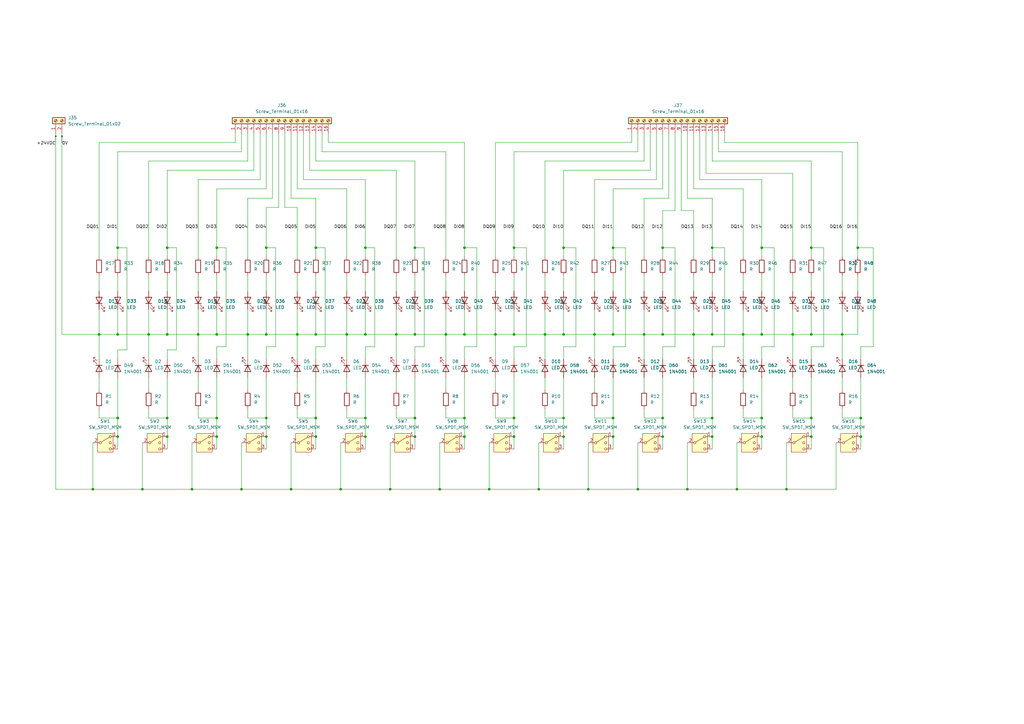
<source format=kicad_sch>
(kicad_sch (version 20250114) (generator "eeschema") (generator_version "9.0")
  (paper "A3")
  (junction (at 261.62 200.66))
  (junction (at 231.14 179.07))
  (junction (at 292.1 137.16))
  (junction (at 251.46 137.16))
  (junction (at 251.46 171.45))
  (junction (at 58.42 200.66))
  (junction (at 48.26 137.16))
  (junction (at 304.8 137.16))
  (junction (at 312.42 101.6))
  (junction (at 223.52 137.16))
  (junction (at 332.74 171.45))
  (junction (at 119.38 200.66))
  (junction (at 149.86 171.45))
  (junction (at 271.78 101.6))
  (junction (at 78.74 200.66))
  (junction (at 200.66 200.66))
  (junction (at 38.1 200.66))
  (junction (at 190.5 171.45))
  (junction (at 149.86 137.16))
  (junction (at 271.78 137.16))
  (junction (at 322.58 200.66))
  (junction (at 48.26 179.07))
  (junction (at 284.48 137.16))
  (junction (at 210.82 171.45))
  (junction (at 81.28 137.16))
  (junction (at 48.26 171.45))
  (junction (at 292.1 171.45))
  (junction (at 271.78 171.45))
  (junction (at 231.14 101.6))
  (junction (at 243.84 137.16))
  (junction (at 109.22 179.07))
  (junction (at 292.1 101.6))
  (junction (at 220.98 200.66))
  (junction (at 149.86 179.07))
  (junction (at 264.16 137.16))
  (junction (at 60.96 137.16))
  (junction (at 88.9 101.6))
  (junction (at 231.14 137.16))
  (junction (at 345.44 137.16))
  (junction (at 312.42 179.07))
  (junction (at 325.12 137.16))
  (junction (at 312.42 171.45))
  (junction (at 251.46 101.6))
  (junction (at 170.18 101.6))
  (junction (at 48.26 101.6))
  (junction (at 68.58 179.07))
  (junction (at 203.2 137.16))
  (junction (at 332.74 179.07))
  (junction (at 88.9 171.45))
  (junction (at 129.54 179.07))
  (junction (at 312.42 137.16))
  (junction (at 68.58 101.6))
  (junction (at 231.14 171.45))
  (junction (at 241.3 200.66))
  (junction (at 353.06 179.07))
  (junction (at 190.5 179.07))
  (junction (at 68.58 137.16))
  (junction (at 170.18 137.16))
  (junction (at 190.5 137.16))
  (junction (at 190.5 101.6))
  (junction (at 129.54 171.45))
  (junction (at 271.78 179.07))
  (junction (at 142.24 137.16))
  (junction (at 88.9 179.07))
  (junction (at 101.6 137.16))
  (junction (at 160.02 200.66))
  (junction (at 210.82 137.16))
  (junction (at 68.58 171.45))
  (junction (at 109.22 171.45))
  (junction (at 109.22 101.6))
  (junction (at 210.82 179.07))
  (junction (at 129.54 101.6))
  (junction (at 170.18 179.07))
  (junction (at 251.46 179.07))
  (junction (at 302.26 200.66))
  (junction (at 139.7 200.66))
  (junction (at 40.64 137.16))
  (junction (at 88.9 137.16))
  (junction (at 332.74 137.16))
  (junction (at 353.06 171.45))
  (junction (at 281.94 200.66))
  (junction (at 109.22 137.16))
  (junction (at 210.82 101.6))
  (junction (at 292.1 179.07))
  (junction (at 170.18 171.45))
  (junction (at 121.92 137.16))
  (junction (at 129.54 137.16))
  (junction (at 182.88 137.16))
  (junction (at 162.56 137.16))
  (junction (at 351.79 101.6))
  (junction (at 99.06 200.66))
  (junction (at 180.34 200.66))
  (junction (at 149.86 101.6))
  (junction (at 332.74 101.6))
  (wire (pts (xy 149.86 154.94) (xy 149.86 171.45)))
  (wire (pts (xy 284.48 171.45) (xy 292.1 171.45)))
  (wire (pts (xy 241.3 200.66) (xy 220.98 200.66)))
  (wire (pts (xy 292.1 101.6) (xy 292.1 105.41)))
  (wire (pts (xy 264.16 127) (xy 264.16 137.16)))
  (wire (pts (xy 210.82 142.24) (xy 215.9 142.24)))
  (wire (pts (xy 236.22 142.24) (xy 236.22 101.6)))
  (wire (pts (xy 149.86 127) (xy 149.86 137.16)))
  (wire (pts (xy 203.2 137.16) (xy 190.5 137.16)))
  (wire (pts (xy 109.22 154.94) (xy 109.22 171.45)))
  (wire (pts (xy 312.42 73.66) (xy 287.02 73.66)))
  (wire (pts (xy 121.92 171.45) (xy 129.54 171.45)))
  (wire (pts (xy 180.34 200.66) (xy 160.02 200.66)))
  (wire (pts (xy 200.66 181.61) (xy 200.66 200.66)))
  (wire (pts (xy 121.92 113.03) (xy 121.92 119.38)))
  (wire (pts (xy 121.92 85.09) (xy 121.92 105.41)))
  (wire (pts (xy 153.67 101.6) (xy 149.86 101.6)))
  (wire (pts (xy 88.9 113.03) (xy 88.9 119.38)))
  (wire (pts (xy 149.86 73.66) (xy 149.86 101.6)))
  (wire (pts (xy 109.22 171.45) (xy 109.22 179.07)))
  (wire (pts (xy 142.24 113.03) (xy 142.24 119.38)))
  (wire (pts (xy 170.18 154.94) (xy 170.18 171.45)))
  (wire (pts (xy 251.46 101.6) (xy 256.54 101.6)))
  (wire (pts (xy 170.18 127) (xy 170.18 137.16)))
  (wire (pts (xy 304.8 171.45) (xy 312.42 171.45)))
  (wire (pts (xy 149.86 179.07) (xy 149.86 184.15)))
  (wire (pts (xy 243.84 73.66) (xy 243.84 105.41)))
  (wire (pts (xy 304.8 77.47) (xy 304.8 105.41)))
  (wire (pts (xy 149.86 73.66) (xy 124.46 73.66)))
  (wire (pts (xy 284.48 137.16) (xy 271.78 137.16)))
  (wire (pts (xy 109.22 85.09) (xy 114.3 85.09)))
  (wire (pts (xy 101.6 81.28) (xy 111.76 81.28)))
  (wire (pts (xy 60.96 171.45) (xy 68.58 171.45)))
  (wire (pts (xy 170.18 179.07) (xy 170.18 184.15)))
  (wire (pts (xy 251.46 147.32) (xy 251.46 142.24)))
  (wire (pts (xy 113.03 101.6) (xy 109.22 101.6)))
  (wire (pts (xy 129.54 54.61) (xy 129.54 66.04)))
  (wire (pts (xy 92.71 142.24) (xy 92.71 101.6)))
  (wire (pts (xy 129.54 147.32) (xy 129.54 142.24)))
  (wire (pts (xy 40.64 137.16) (xy 40.64 147.32)))
  (wire (pts (xy 342.9 200.66) (xy 322.58 200.66)))
  (wire (pts (xy 88.9 142.24) (xy 92.71 142.24)))
  (wire (pts (xy 271.78 101.6) (xy 276.86 101.6)))
  (wire (pts (xy 162.56 137.16) (xy 162.56 147.32)))
  (wire (pts (xy 332.74 154.94) (xy 332.74 171.45)))
  (wire (pts (xy 281.94 200.66) (xy 261.62 200.66)))
  (wire (pts (xy 182.88 137.16) (xy 182.88 147.32)))
  (wire (pts (xy 68.58 179.07) (xy 68.58 184.15)))
  (wire (pts (xy 332.74 171.45) (xy 332.74 179.07)))
  (wire (pts (xy 351.79 101.6) (xy 358.14 101.6)))
  (wire (pts (xy 182.88 154.94) (xy 182.88 160.02)))
  (wire (pts (xy 48.26 113.03) (xy 48.26 119.38)))
  (wire (pts (xy 101.6 137.16) (xy 101.6 147.32)))
  (wire (pts (xy 271.78 101.6) (xy 271.78 105.41)))
  (wire (pts (xy 48.26 171.45) (xy 48.26 179.07)))
  (wire (pts (xy 271.78 147.32) (xy 271.78 142.24)))
  (wire (pts (xy 332.74 127) (xy 332.74 137.16)))
  (wire (pts (xy 25.4 137.16) (xy 40.64 137.16)))
  (wire (pts (xy 81.28 137.16) (xy 81.28 147.32)))
  (wire (pts (xy 121.92 77.47) (xy 121.92 54.61)))
  (wire (pts (xy 210.82 179.07) (xy 210.82 184.15)))
  (wire (pts (xy 129.54 81.28) (xy 119.38 81.28)))
  (wire (pts (xy 101.6 137.16) (xy 109.22 137.16)))
  (wire (pts (xy 68.58 113.03) (xy 68.58 119.38)))
  (wire (pts (xy 160.02 181.61) (xy 160.02 200.66)))
  (wire (pts (xy 109.22 77.47) (xy 109.22 54.61)))
  (wire (pts (xy 203.2 167.64) (xy 203.2 171.45)))
  (wire (pts (xy 38.1 200.66) (xy 58.42 200.66)))
  (wire (pts (xy 292.1 127) (xy 292.1 137.16)))
  (wire (pts (xy 68.58 101.6) (xy 68.58 105.41)))
  (wire (pts (xy 68.58 171.45) (xy 68.58 154.94)))
  (wire (pts (xy 284.48 167.64) (xy 284.48 171.45)))
  (wire (pts (xy 261.62 181.61) (xy 261.62 200.66)))
  (wire (pts (xy 190.5 58.42) (xy 190.5 101.6)))
  (wire (pts (xy 99.06 181.61) (xy 99.06 200.66)))
  (wire (pts (xy 153.67 142.24) (xy 153.67 101.6)))
  (wire (pts (xy 121.92 167.64) (xy 121.92 171.45)))
  (wire (pts (xy 190.5 179.07) (xy 190.5 184.15)))
  (wire (pts (xy 220.98 181.61) (xy 220.98 200.66)))
  (wire (pts (xy 142.24 137.16) (xy 142.24 147.32)))
  (wire (pts (xy 68.58 171.45) (xy 68.58 179.07)))
  (wire (pts (xy 243.84 171.45) (xy 251.46 171.45)))
  (wire (pts (xy 40.64 127) (xy 40.64 137.16)))
  (wire (pts (xy 149.86 147.32) (xy 149.86 142.24)))
  (wire (pts (xy 182.88 113.03) (xy 182.88 119.38)))
  (wire (pts (xy 345.44 167.64) (xy 345.44 171.45)))
  (wire (pts (xy 109.22 127) (xy 109.22 137.16)))
  (wire (pts (xy 243.84 113.03) (xy 243.84 119.38)))
  (wire (pts (xy 292.1 101.6) (xy 297.18 101.6)))
  (wire (pts (xy 38.1 181.61) (xy 38.1 200.66)))
  (wire (pts (xy 22.86 54.61) (xy 22.86 200.66)))
  (wire (pts (xy 127 69.85) (xy 127 54.61)))
  (wire (pts (xy 104.14 69.85) (xy 104.14 54.61)))
  (wire (pts (xy 149.86 137.16) (xy 142.24 137.16)))
  (wire (pts (xy 264.16 137.16) (xy 271.78 137.16)))
  (wire (pts (xy 81.28 137.16) (xy 68.58 137.16)))
  (wire (pts (xy 312.42 142.24) (xy 317.5 142.24)))
  (wire (pts (xy 271.78 127) (xy 271.78 137.16)))
  (wire (pts (xy 231.14 101.6) (xy 231.14 105.41)))
  (wire (pts (xy 160.02 200.66) (xy 139.7 200.66)))
  (wire (pts (xy 325.12 167.64) (xy 325.12 171.45)))
  (wire (pts (xy 121.92 137.16) (xy 121.92 147.32)))
  (wire (pts (xy 353.06 171.45) (xy 353.06 179.07)))
  (wire (pts (xy 292.1 147.32) (xy 292.1 142.24)))
  (wire (pts (xy 251.46 127) (xy 251.46 137.16)))
  (wire (pts (xy 223.52 113.03) (xy 223.52 119.38)))
  (wire (pts (xy 312.42 171.45) (xy 312.42 179.07)))
  (wire (pts (xy 101.6 154.94) (xy 101.6 160.02)))
  (wire (pts (xy 284.48 77.47) (xy 284.48 54.61)))
  (wire (pts (xy 106.68 54.61) (xy 106.68 73.66)))
  (wire (pts (xy 149.86 142.24) (xy 153.67 142.24)))
  (wire (pts (xy 48.26 179.07) (xy 48.26 184.15)))
  (wire (pts (xy 40.64 113.03) (xy 40.64 119.38)))
  (wire (pts (xy 40.64 58.42) (xy 96.52 58.42)))
  (wire (pts (xy 129.54 81.28) (xy 129.54 101.6)))
  (wire (pts (xy 353.06 179.07) (xy 353.06 184.15)))
  (wire (pts (xy 81.28 127) (xy 81.28 137.16)))
  (wire (pts (xy 88.9 171.45) (xy 88.9 179.07)))
  (wire (pts (xy 312.42 147.32) (xy 312.42 142.24)))
  (wire (pts (xy 281.94 181.61) (xy 281.94 200.66)))
  (wire (pts (xy 292.1 179.07) (xy 292.1 184.15)))
  (wire (pts (xy 264.16 171.45) (xy 271.78 171.45)))
  (wire (pts (xy 99.06 62.23) (xy 99.06 54.61)))
  (wire (pts (xy 358.14 142.24) (xy 358.14 101.6)))
  (wire (pts (xy 325.12 154.94) (xy 325.12 160.02)))
  (wire (pts (xy 325.12 137.16) (xy 312.42 137.16)))
  (wire (pts (xy 231.14 69.85) (xy 231.14 101.6)))
  (wire (pts (xy 72.39 101.6) (xy 68.58 101.6)))
  (wire (pts (xy 142.24 77.47) (xy 142.24 105.41)))
  (wire (pts (xy 210.82 62.23) (xy 261.62 62.23)))
  (wire (pts (xy 251.46 179.07) (xy 251.46 184.15)))
  (wire (pts (xy 264.16 167.64) (xy 264.16 171.45)))
  (wire (pts (xy 251.46 137.16) (xy 264.16 137.16)))
  (wire (pts (xy 351.79 137.16) (xy 345.44 137.16)))
  (wire (pts (xy 210.82 127) (xy 210.82 137.16)))
  (wire (pts (xy 274.32 81.28) (xy 274.32 54.61)))
  (wire (pts (xy 353.06 147.32) (xy 353.06 142.24)))
  (wire (pts (xy 289.56 71.12) (xy 289.56 54.61)))
  (wire (pts (xy 251.46 154.94) (xy 251.46 171.45)))
  (wire (pts (xy 101.6 127) (xy 101.6 137.16)))
  (wire (pts (xy 72.39 143.51) (xy 72.39 101.6)))
  (wire (pts (xy 182.88 137.16) (xy 170.18 137.16)))
  (wire (pts (xy 220.98 200.66) (xy 200.66 200.66)))
  (wire (pts (xy 129.54 142.24) (xy 133.35 142.24)))
  (wire (pts (xy 351.79 113.03) (xy 351.79 119.38)))
  (wire (pts (xy 124.46 73.66) (xy 124.46 54.61)))
  (wire (pts (xy 22.86 200.66) (xy 38.1 200.66)))
  (wire (pts (xy 60.96 127) (xy 60.96 137.16)))
  (wire (pts (xy 48.26 101.6) (xy 48.26 105.41)))
  (wire (pts (xy 292.1 154.94) (xy 292.1 171.45)))
  (wire (pts (xy 121.92 127) (xy 121.92 137.16)))
  (wire (pts (xy 332.74 147.32) (xy 332.74 142.24)))
  (wire (pts (xy 351.79 58.42) (xy 297.18 58.42)))
  (wire (pts (xy 312.42 73.66) (xy 312.42 101.6)))
  (wire (pts (xy 88.9 179.07) (xy 88.9 184.15)))
  (wire (pts (xy 266.7 69.85) (xy 266.7 54.61)))
  (wire (pts (xy 25.4 54.61) (xy 25.4 137.16)))
  (wire (pts (xy 170.18 113.03) (xy 170.18 119.38)))
  (wire (pts (xy 88.9 101.6) (xy 88.9 105.41)))
  (wire (pts (xy 200.66 200.66) (xy 180.34 200.66)))
  (wire (pts (xy 279.4 86.36) (xy 279.4 54.61)))
  (wire (pts (xy 223.52 147.32) (xy 223.52 137.16)))
  (wire (pts (xy 81.28 113.03) (xy 81.28 119.38)))
  (wire (pts (xy 251.46 77.47) (xy 271.78 77.47)))
  (wire (pts (xy 332.74 179.07) (xy 332.74 184.15)))
  (wire (pts (xy 40.64 58.42) (xy 40.64 105.41)))
  (wire (pts (xy 180.34 181.61) (xy 180.34 200.66)))
  (wire (pts (xy 304.8 137.16) (xy 304.8 147.32)))
  (wire (pts (xy 113.03 142.24) (xy 113.03 101.6)))
  (wire (pts (xy 223.52 167.64) (xy 223.52 171.45)))
  (wire (pts (xy 114.3 85.09) (xy 114.3 54.61)))
  (wire (pts (xy 223.52 66.04) (xy 223.52 105.41)))
  (wire (pts (xy 281.94 54.61) (xy 281.94 81.28)))
  (wire (pts (xy 325.12 137.16) (xy 332.74 137.16)))
  (wire (pts (xy 231.14 127) (xy 231.14 137.16)))
  (wire (pts (xy 264.16 154.94) (xy 264.16 160.02)))
  (wire (pts (xy 81.28 171.45) (xy 88.9 171.45)))
  (wire (pts (xy 58.42 181.61) (xy 58.42 200.66)))
  (wire (pts (xy 332.74 101.6) (xy 337.82 101.6)))
  (wire (pts (xy 243.84 137.16) (xy 243.84 147.32)))
  (wire (pts (xy 312.42 179.07) (xy 312.42 184.15)))
  (wire (pts (xy 353.06 154.94) (xy 353.06 171.45)))
  (wire (pts (xy 182.88 62.23) (xy 182.88 105.41)))
  (wire (pts (xy 292.1 54.61) (xy 292.1 66.04)))
  (wire (pts (xy 243.84 137.16) (xy 251.46 137.16)))
  (wire (pts (xy 133.35 142.24) (xy 133.35 101.6)))
  (wire (pts (xy 142.24 127) (xy 142.24 137.16)))
  (wire (pts (xy 81.28 73.66) (xy 106.68 73.66)))
  (wire (pts (xy 312.42 137.16) (xy 304.8 137.16)))
  (wire (pts (xy 351.79 58.42) (xy 351.79 101.6)))
  (wire (pts (xy 68.58 127) (xy 68.58 137.16)))
  (wire (pts (xy 190.5 137.16) (xy 182.88 137.16)))
  (wire (pts (xy 304.8 137.16) (xy 292.1 137.16)))
  (wire (pts (xy 325.12 71.12) (xy 325.12 105.41)))
  (wire (pts (xy 48.26 147.32) (xy 48.26 143.51)))
  (wire (pts (xy 52.07 101.6) (xy 48.26 101.6)))
  (wire (pts (xy 203.2 137.16) (xy 203.2 147.32)))
  (wire (pts (xy 190.5 154.94) (xy 190.5 171.45)))
  (wire (pts (xy 162.56 69.85) (xy 162.56 105.41)))
  (wire (pts (xy 162.56 154.94) (xy 162.56 160.02)))
  (wire (pts (xy 190.5 147.32) (xy 190.5 142.24)))
  (wire (pts (xy 68.58 69.85) (xy 104.14 69.85)))
  (wire (pts (xy 312.42 127) (xy 312.42 137.16)))
  (wire (pts (xy 351.79 127) (xy 351.79 137.16)))
  (wire (pts (xy 162.56 137.16) (xy 170.18 137.16)))
  (wire (pts (xy 223.52 137.16) (xy 210.82 137.16)))
  (wire (pts (xy 231.14 171.45) (xy 231.14 179.07)))
  (wire (pts (xy 170.18 171.45) (xy 170.18 179.07)))
  (wire (pts (xy 241.3 181.61) (xy 241.3 200.66)))
  (wire (pts (xy 284.48 86.36) (xy 284.48 105.41)))
  (wire (pts (xy 332.74 66.04) (xy 292.1 66.04)))
  (wire (pts (xy 111.76 81.28) (xy 111.76 54.61)))
  (wire (pts (xy 223.52 171.45) (xy 231.14 171.45)))
  (wire (pts (xy 109.22 142.24) (xy 113.03 142.24)))
  (wire (pts (xy 284.48 147.32) (xy 284.48 137.16)))
  (wire (pts (xy 259.08 58.42) (xy 259.08 54.61)))
  (wire (pts (xy 215.9 142.24) (xy 215.9 101.6)))
  (wire (pts (xy 345.44 137.16) (xy 332.74 137.16)))
  (wire (pts (xy 271.78 113.03) (xy 271.78 119.38)))
  (wire (pts (xy 304.8 113.03) (xy 304.8 119.38)))
  (wire (pts (xy 243.84 137.16) (xy 231.14 137.16)))
  (wire (pts (xy 210.82 101.6) (xy 215.9 101.6)))
  (wire (pts (xy 149.86 171.45) (xy 149.86 179.07)))
  (wire (pts (xy 231.14 113.03) (xy 231.14 119.38)))
  (wire (pts (xy 182.88 127) (xy 182.88 137.16)))
  (wire (pts (xy 210.82 62.23) (xy 210.82 101.6)))
  (wire (pts (xy 243.84 127) (xy 243.84 137.16)))
  (wire (pts (xy 162.56 171.45) (xy 170.18 171.45)))
  (wire (pts (xy 261.62 200.66) (xy 241.3 200.66)))
  (wire (pts (xy 129.54 154.94) (xy 129.54 171.45)))
  (wire (pts (xy 251.46 101.6) (xy 251.46 105.41)))
  (wire (pts (xy 284.48 113.03) (xy 284.48 119.38)))
  (wire (pts (xy 264.16 137.16) (xy 264.16 147.32)))
  (wire (pts (xy 223.52 127) (xy 223.52 137.16)))
  (wire (pts (xy 203.2 58.42) (xy 259.08 58.42)))
  (wire (pts (xy 190.5 142.24) (xy 195.58 142.24)))
  (wire (pts (xy 256.54 142.24) (xy 256.54 101.6)))
  (wire (pts (xy 48.26 62.23) (xy 99.06 62.23)))
  (wire (pts (xy 92.71 101.6) (xy 88.9 101.6)))
  (wire (pts (xy 325.12 147.32) (xy 325.12 137.16)))
  (wire (pts (xy 142.24 167.64) (xy 142.24 171.45)))
  (wire (pts (xy 99.06 200.66) (xy 119.38 200.66)))
  (wire (pts (xy 170.18 142.24) (xy 173.99 142.24)))
  (wire (pts (xy 88.9 137.16) (xy 81.28 137.16)))
  (wire (pts (xy 170.18 66.04) (xy 129.54 66.04)))
  (wire (pts (xy 231.14 179.07) (xy 231.14 184.15)))
  (wire (pts (xy 345.44 62.23) (xy 294.64 62.23)))
  (wire (pts (xy 60.96 167.64) (xy 60.96 171.45)))
  (wire (pts (xy 231.14 142.24) (xy 236.22 142.24)))
  (wire (pts (xy 119.38 81.28) (xy 119.38 54.61)))
  (wire (pts (xy 142.24 137.16) (xy 129.54 137.16)))
  (wire (pts (xy 304.8 167.64) (xy 304.8 171.45)))
  (wire (pts (xy 210.82 113.03) (xy 210.82 119.38)))
  (wire (pts (xy 251.46 113.03) (xy 251.46 119.38)))
  (wire (pts (xy 276.86 86.36) (xy 276.86 54.61)))
  (wire (pts (xy 109.22 113.03) (xy 109.22 119.38)))
  (wire (pts (xy 231.14 147.32) (xy 231.14 142.24)))
  (wire (pts (xy 292.1 81.28) (xy 292.1 101.6)))
  (wire (pts (xy 345.44 127) (xy 345.44 137.16)))
  (wire (pts (xy 60.96 154.94) (xy 60.96 160.02)))
  (wire (pts (xy 101.6 167.64) (xy 101.6 171.45)))
  (wire (pts (xy 149.86 113.03) (xy 149.86 119.38)))
  (wire (pts (xy 203.2 113.03) (xy 203.2 119.38)))
  (wire (pts (xy 121.92 154.94) (xy 121.92 160.02)))
  (wire (pts (xy 210.82 147.32) (xy 210.82 142.24)))
  (wire (pts (xy 297.18 54.61) (xy 297.18 58.42)))
  (wire (pts (xy 312.42 101.6) (xy 317.5 101.6)))
  (wire (pts (xy 116.84 54.61) (xy 116.84 85.09)))
  (wire (pts (xy 345.44 137.16) (xy 345.44 147.32)))
  (wire (pts (xy 40.64 167.64) (xy 40.64 171.45)))
  (wire (pts (xy 284.48 86.36) (xy 279.4 86.36)))
  (wire (pts (xy 210.82 154.94) (xy 210.82 171.45)))
  (wire (pts (xy 142.24 171.45) (xy 149.86 171.45)))
  (wire (pts (xy 132.08 62.23) (xy 132.08 54.61)))
  (wire (pts (xy 182.88 171.45) (xy 182.88 167.64)))
  (wire (pts (xy 284.48 127) (xy 284.48 137.16)))
  (wire (pts (xy 88.9 77.47) (xy 88.9 101.6)))
  (wire (pts (xy 190.5 113.03) (xy 190.5 119.38)))
  (wire (pts (xy 134.62 58.42) (xy 134.62 54.61)))
  (wire (pts (xy 40.64 171.45) (xy 48.26 171.45)))
  (wire (pts (xy 332.74 113.03) (xy 332.74 119.38)))
  (wire (pts (xy 162.56 127) (xy 162.56 137.16)))
  (wire (pts (xy 81.28 167.64) (xy 81.28 171.45)))
  (wire (pts (xy 60.96 137.16) (xy 60.96 147.32)))
  (wire (pts (xy 223.52 154.94) (xy 223.52 160.02)))
  (wire (pts (xy 304.8 77.47) (xy 284.48 77.47)))
  (wire (pts (xy 78.74 200.66) (xy 99.06 200.66)))
  (wire (pts (xy 231.14 154.94) (xy 231.14 171.45)))
  (wire (pts (xy 173.99 142.24) (xy 173.99 101.6)))
  (wire (pts (xy 264.16 54.61) (xy 264.16 66.04)))
  (wire (pts (xy 325.12 171.45) (xy 332.74 171.45)))
  (wire (pts (xy 332.74 101.6) (xy 332.74 105.41)))
  (wire (pts (xy 325.12 127) (xy 325.12 137.16)))
  (wire (pts (xy 276.86 101.6) (xy 276.86 142.24)))
  (wire (pts (xy 170.18 101.6) (xy 170.18 105.41)))
  (wire (pts (xy 292.1 171.45) (xy 292.1 179.07)))
  (wire (pts (xy 322.58 200.66) (xy 302.26 200.66)))
  (wire (pts (xy 81.28 73.66) (xy 81.28 105.41)))
  (wire (pts (xy 101.6 113.03) (xy 101.6 119.38)))
  (wire (pts (xy 292.1 142.24) (xy 297.18 142.24)))
  (wire (pts (xy 332.74 142.24) (xy 337.82 142.24)))
  (wire (pts (xy 190.5 171.45) (xy 190.5 179.07)))
  (wire (pts (xy 121.92 137.16) (xy 109.22 137.16)))
  (wire (pts (xy 325.12 113.03) (xy 325.12 119.38)))
  (wire (pts (xy 129.54 171.45) (xy 129.54 179.07)))
  (wire (pts (xy 162.56 69.85) (xy 127 69.85)))
  (wire (pts (xy 162.56 113.03) (xy 162.56 119.38)))
  (wire (pts (xy 287.02 73.66) (xy 287.02 54.61)))
  (wire (pts (xy 48.26 154.94) (xy 48.26 171.45)))
  (wire (pts (xy 133.35 101.6) (xy 129.54 101.6)))
  (wire (pts (xy 48.26 143.51) (xy 52.07 143.51)))
  (wire (pts (xy 190.5 58.42) (xy 134.62 58.42)))
  (wire (pts (xy 223.52 137.16) (xy 231.14 137.16)))
  (wire (pts (xy 271.78 86.36) (xy 271.78 101.6)))
  (wire (pts (xy 162.56 167.64) (xy 162.56 171.45)))
  (wire (pts (xy 203.2 154.94) (xy 203.2 160.02)))
  (wire (pts (xy 312.42 154.94) (xy 312.42 171.45)))
  (wire (pts (xy 243.84 154.94) (xy 243.84 160.02)))
  (wire (pts (xy 332.74 101.6) (xy 332.74 66.04)))
  (wire (pts (xy 271.78 54.61) (xy 271.78 77.47)))
  (wire (pts (xy 81.28 154.94) (xy 81.28 160.02)))
  (wire (pts (xy 173.99 101.6) (xy 170.18 101.6)))
  (wire (pts (xy 129.54 179.07) (xy 129.54 184.15)))
  (wire (pts (xy 342.9 181.61) (xy 342.9 200.66)))
  (wire (pts (xy 142.24 154.94) (xy 142.24 160.02)))
  (wire (pts (xy 304.8 154.94) (xy 304.8 160.02)))
  (wire (pts (xy 78.74 181.61) (xy 78.74 200.66)))
  (wire (pts (xy 345.44 154.94) (xy 345.44 160.02)))
  (wire (pts (xy 337.82 142.24) (xy 337.82 101.6)))
  (wire (pts (xy 88.9 154.94) (xy 88.9 171.45)))
  (wire (pts (xy 304.8 127) (xy 304.8 137.16)))
  (wire (pts (xy 203.2 127) (xy 203.2 137.16)))
  (wire (pts (xy 264.16 81.28) (xy 274.32 81.28)))
  (wire (pts (xy 210.82 101.6) (xy 210.82 105.41)))
  (wire (pts (xy 231.14 101.6) (xy 236.22 101.6)))
  (wire (pts (xy 271.78 142.24) (xy 276.86 142.24)))
  (wire (pts (xy 351.79 101.6) (xy 351.79 105.41)))
  (wire (pts (xy 312.42 113.03) (xy 312.42 119.38)))
  (wire (pts (xy 190.5 127) (xy 190.5 137.16)))
  (wire (pts (xy 261.62 62.23) (xy 261.62 54.61)))
  (wire (pts (xy 88.9 137.16) (xy 101.6 137.16)))
  (wire (pts (xy 195.58 101.6) (xy 190.5 101.6)))
  (wire (pts (xy 149.86 101.6) (xy 149.86 105.41)))
  (wire (pts (xy 58.42 200.66) (xy 78.74 200.66)))
  (wire (pts (xy 52.07 143.51) (xy 52.07 101.6)))
  (wire (pts (xy 271.78 179.07) (xy 271.78 184.15)))
  (wire (pts (xy 312.42 101.6) (xy 312.42 105.41)))
  (wire (pts (xy 129.54 137.16) (xy 121.92 137.16)))
  (wire (pts (xy 48.26 62.23) (xy 48.26 101.6)))
  (wire (pts (xy 139.7 200.66) (xy 119.38 200.66)))
  (wire (pts (xy 317.5 142.24) (xy 317.5 101.6)))
  (wire (pts (xy 345.44 62.23) (xy 345.44 105.41)))
  (wire (pts (xy 129.54 127) (xy 129.54 137.16)))
  (wire (pts (xy 119.38 181.61) (xy 119.38 200.66)))
  (wire (pts (xy 325.12 71.12) (xy 289.56 71.12)))
  (wire (pts (xy 251.46 142.24) (xy 256.54 142.24)))
  (wire (pts (xy 292.1 81.28) (xy 281.94 81.28)))
  (wire (pts (xy 269.24 73.66) (xy 269.24 54.61)))
  (wire (pts (xy 139.7 181.61) (xy 139.7 200.66)))
  (wire (pts (xy 195.58 142.24) (xy 195.58 101.6)))
  (wire (pts (xy 271.78 154.94) (xy 271.78 171.45)))
  (wire (pts (xy 231.14 69.85) (xy 266.7 69.85)))
  (wire (pts (xy 101.6 81.28) (xy 101.6 105.41)))
  (wire (pts (xy 264.16 66.04) (xy 223.52 66.04)))
  (wire (pts (xy 302.26 181.61) (xy 302.26 200.66)))
  (wire (pts (xy 271.78 86.36) (xy 276.86 86.36)))
  (wire (pts (xy 68.58 137.16) (xy 60.96 137.16)))
  (wire (pts (xy 129.54 101.6) (xy 129.54 105.41)))
  (wire (pts (xy 109.22 179.07) (xy 109.22 184.15)))
  (wire (pts (xy 190.5 171.45) (xy 182.88 171.45)))
  (wire (pts (xy 48.26 137.16) (xy 40.64 137.16)))
  (wire (pts (xy 48.26 127) (xy 48.26 137.16)))
  (wire (pts (xy 60.96 113.03) (xy 60.96 119.38)))
  (wire (pts (xy 170.18 147.32) (xy 170.18 142.24)))
  (wire (pts (xy 294.64 54.61) (xy 294.64 62.23)))
  (wire (pts (xy 109.22 147.32) (xy 109.22 142.24)))
  (wire (pts (xy 243.84 167.64) (xy 243.84 171.45)))
  (wire (pts (xy 264.16 113.03) (xy 264.16 119.38)))
  (wire (pts (xy 251.46 171.45) (xy 251.46 179.07)))
  (wire (pts (xy 203.2 171.45) (xy 210.82 171.45)))
  (wire (pts (xy 170.18 66.04) (xy 170.18 101.6)))
  (wire (pts (xy 109.22 101.6) (xy 109.22 105.41)))
  (wire (pts (xy 284.48 154.94) (xy 284.48 160.02)))
  (wire (pts (xy 142.24 77.47) (xy 121.92 77.47)))
  (wire (pts (xy 345.44 113.03) (xy 345.44 119.38)))
  (wire (pts (xy 182.88 62.23) (xy 132.08 62.23)))
  (wire (pts (xy 353.06 142.24) (xy 358.14 142.24)))
  (wire (pts (xy 284.48 137.16) (xy 292.1 137.16)))
  (wire (pts (xy 271.78 171.45) (xy 271.78 179.07)))
  (wire (pts (xy 203.2 58.42) (xy 203.2 105.41)))
  (wire (pts (xy 40.64 154.94) (xy 40.64 160.02)))
  (wire (pts (xy 60.96 66.04) (xy 101.6 66.04)))
  (wire (pts (xy 109.22 85.09) (xy 109.22 101.6)))
  (wire (pts (xy 210.82 171.45) (xy 210.82 179.07)))
  (wire (pts (xy 60.96 66.04) (xy 60.96 105.41)))
  (wire (pts (xy 60.96 137.16) (xy 48.26 137.16)))
  (wire (pts (xy 96.52 58.42) (xy 96.52 54.61)))
  (wire (pts (xy 322.58 181.61) (xy 322.58 200.66)))
  (wire (pts (xy 88.9 77.47) (xy 109.22 77.47)))
  (wire (pts (xy 116.84 85.09) (xy 121.92 85.09)))
  (wire (pts (xy 149.86 137.16) (xy 162.56 137.16)))
  (wire (pts (xy 264.16 81.28) (xy 264.16 105.41)))
  (wire (pts (xy 190.5 101.6) (xy 190.5 105.41)))
  (wire (pts (xy 68.58 143.51) (xy 72.39 143.51)))
  (wire (pts (xy 251.46 77.47) (xy 251.46 101.6)))
  (wire (pts (xy 88.9 147.32) (xy 88.9 142.24)))
  (wire (pts (xy 68.58 69.85) (xy 68.58 101.6)))
  (wire (pts (xy 345.44 171.45) (xy 353.06 171.45)))
  (wire (pts (xy 101.6 171.45) (xy 109.22 171.45)))
  (wire (pts (xy 292.1 113.03) (xy 292.1 119.38)))
  (wire (pts (xy 129.54 113.03) (xy 129.54 119.38)))
  (wire (pts (xy 101.6 66.04) (xy 101.6 54.61)))
  (wire (pts (xy 210.82 137.16) (xy 203.2 137.16)))
  (wire (pts (xy 68.58 147.32) (xy 68.58 143.51)))
  (wire (pts (xy 297.18 142.24) (xy 297.18 101.6)))
  (wire (pts (xy 88.9 127) (xy 88.9 137.16)))
  (wire (pts (xy 243.84 73.66) (xy 269.24 73.66)))
  (wire (pts (xy 302.26 200.66) (xy 281.94 200.66)))
  (label "DI06" (at 149.86 93.98 180))
  (label "DQ13" (at 284.48 93.98 180))
  (label "DQ08" (at 182.88 93.98 180))
  (label "DQ05" (at 121.92 93.98 180))
  (label "DQ09" (at 203.2 93.98 180))
  (label "DI11" (at 251.46 93.98 180))
  (label "DI10" (at 231.14 93.98 180))
  (label "DQ07" (at 162.56 93.98 180))
  (label "DQ02" (at 60.96 93.98 180))
  (label "DQ15" (at 325.12 93.98 180))
  (label "+24VDC" (at 22.86 59.69 180))
  (label "DI16" (at 351.79 93.98 180))
  (label "DQ01" (at 40.64 93.98 180))
  (label "DI01" (at 48.26 93.98 180))
  (label "DI05" (at 129.54 93.98 180))
  (label "DI02" (at 68.58 93.98 180))
  (label "DI12" (at 271.78 93.98 180))
  (label "DQ11" (at 243.84 93.98 180))
  (label "DQ16" (at 345.44 93.98 180))
  (label "DQ10" (at 223.52 93.98 180))
  (label "DQ06" (at 142.24 93.98 180))
  (label "DI04" (at 109.22 93.98 180))
  (label "DI03" (at 88.9 93.98 180))
  (label "DQ14" (at 304.8 93.98 180))
  (label "DI14" (at 312.42 93.98 180))
  (label "DI08" (at 190.5 93.98 180))
  (label "0V" (at 25.4 59.69 0))
  (label "DI09" (at 210.82 93.98 180))
  (label "DQ03" (at 81.28 93.98 180))
  (label "DQ12" (at 264.16 93.98 180))
  (label "DI13" (at 292.1 93.98 180))
  (label "DI07" (at 170.18 93.98 180))
  (label "DI15" (at 332.74 93.98 180))
  (label "DQ04" (at 101.6 93.98 180))
  (netclass_flag "" (length 2.54) (shape dot) (at 22.86 58.42 0) (property "Netclass" "Power" (effects (hide yes))))
  (netclass_flag "" (length 2.54) (shape dot) (at 25.4 58.42 0) (property "Netclass" "Power" (effects (hide yes))))
  (symbol (lib_id "Device:R") (at 332.74 109.22 0) (unit 1)
    (property "Reference" "R47" (at 335.28 107.9499 0) (effects (justify left)))
    (property "Value" "R" (at 335.28 110.4899 0) (effects (justify left)))
    (property "Footprint" "Resistor_THT:R_Axial_DIN0411_L9.9mm_D3.6mm_P12.70mm_Horizontal" (effects (hide yes)))
    (property "Description" "Resistor" (effects (hide yes)))
  )
  (symbol (lib_id "Device:LED") (at 264.16 123.19 90) (unit 1)
    (property "Reference" "D28" (at 267.97 123.5074 90) (effects (justify right)))
    (property "Value" "LED" (at 267.97 126.0474 90) (effects (justify right)))
    (property "Footprint" "LED_THT:LED_D5.0mm" (effects (hide yes)))
    (property "Description" "Light emitting diode" (effects (hide yes)))
  )
  (symbol (lib_id "Device:R") (at 142.24 163.83 0) (unit 1)
    (property "Reference" "R6" (at 144.78 162.5599 0) (effects (justify left)))
    (property "Value" "R" (at 144.78 165.0999 0) (effects (justify left)))
    (property "Footprint" "Resistor_THT:R_Axial_DIN0411_L9.9mm_D3.6mm_P12.70mm_Horizontal" (effects (hide yes)))
    (property "Description" "Resistor" (effects (hide yes)))
  )
  (symbol (lib_id "Device:R") (at 182.88 109.22 0) (unit 1)
    (property "Reference" "R24" (at 185.42 107.9499 0) (effects (justify left)))
    (property "Value" "R" (at 185.42 110.4899 0) (effects (justify left)))
    (property "Footprint" "Resistor_THT:R_Axial_DIN0411_L9.9mm_D3.6mm_P12.70mm_Horizontal" (effects (hide yes)))
    (property "Description" "Resistor" (effects (hide yes)))
  )
  (symbol (lib_id "Switch:SW_SPDT_MSM") (at 347.98 181.61 0) (unit 1)
    (property "Reference" "SW16" (at 347.98 172.72 0))
    (property "Value" "SW_SPDT_MSM" (at 347.98 175.26 0))
    (property "Footprint" "Library RG:SW_DEVIATORE_A_LEVETTAX03_D8X14_P4,70mm" (effects (hide yes)))
    (property "Description" "Switch, single pole double throw, center OFF position" (effects (hide yes)))
  )
  (symbol (lib_id "Device:R") (at 304.8 109.22 0) (unit 1)
    (property "Reference" "R30" (at 307.34 107.9499 0) (effects (justify left)))
    (property "Value" "R" (at 307.34 110.4899 0) (effects (justify left)))
    (property "Footprint" "Resistor_THT:R_Axial_DIN0411_L9.9mm_D3.6mm_P12.70mm_Horizontal" (effects (hide yes)))
    (property "Description" "Resistor" (effects (hide yes)))
  )
  (symbol (lib_id "Diode:1N4001") (at 88.9 151.13 270) (unit 1)
    (property "Reference" "D51" (at 91.44 149.8599 90) (effects (justify left)))
    (property "Value" "1N4001" (at 91.44 152.3999 90) (effects (justify left)))
    (property "Footprint" "Diode_THT:D_DO-15_P12.70mm_Horizontal" (effects (hide yes)))
    (property "Datasheet" "http://www.vishay.com/docs/88503/1n4001.pdf" (effects (hide yes)))
    (property "Description" "50V 1A General Purpose Rectifier Diode, DO-41" (effects (hide yes)))
    (property "Sim.Device" "D" (effects (hide yes)))
    (property "Sim.Pins" "1=K 2=A" (effects (hide yes)))
  )
  (symbol (lib_id "Device:R") (at 68.58 109.22 0) (unit 1)
    (property "Reference" "R34" (at 71.12 107.9499 0) (effects (justify left)))
    (property "Value" "R" (at 71.12 110.4899 0) (effects (justify left)))
    (property "Footprint" "Resistor_THT:R_Axial_DIN0411_L9.9mm_D3.6mm_P12.70mm_Horizontal" (effects (hide yes)))
    (property "Description" "Resistor" (effects (hide yes)))
  )
  (symbol (lib_id "Device:LED") (at 182.88 123.19 90) (unit 1)
    (property "Reference" "D24" (at 186.69 123.5074 90) (effects (justify right)))
    (property "Value" "LED" (at 186.69 126.0474 90) (effects (justify right)))
    (property "Footprint" "LED_THT:LED_D5.0mm" (effects (hide yes)))
    (property "Description" "Light emitting diode" (effects (hide yes)))
  )
  (symbol (lib_id "Device:LED") (at 304.8 123.19 90) (unit 1)
    (property "Reference" "D30" (at 308.61 123.5074 90) (effects (justify right)))
    (property "Value" "LED" (at 308.61 126.0474 90) (effects (justify right)))
    (property "Footprint" "LED_THT:LED_D5.0mm" (effects (hide yes)))
    (property "Description" "Light emitting diode" (effects (hide yes)))
  )
  (symbol (lib_id "Device:R") (at 60.96 163.83 0) (unit 1)
    (property "Reference" "R2" (at 63.5 162.5599 0) (effects (justify left)))
    (property "Value" "R" (at 63.5 165.0999 0) (effects (justify left)))
    (property "Footprint" "Resistor_THT:R_Axial_DIN0411_L9.9mm_D3.6mm_P12.70mm_Horizontal" (effects (hide yes)))
    (property "Description" "Resistor" (effects (hide yes)))
  )
  (symbol (lib_id "Device:LED") (at 162.56 123.19 90) (unit 1)
    (property "Reference" "D23" (at 166.37 123.5074 90) (effects (justify right)))
    (property "Value" "LED" (at 166.37 126.0474 90) (effects (justify right)))
    (property "Footprint" "LED_THT:LED_D5.0mm" (effects (hide yes)))
    (property "Description" "Light emitting diode" (effects (hide yes)))
  )
  (symbol (lib_id "Device:R") (at 129.54 109.22 0) (unit 1)
    (property "Reference" "R37" (at 132.08 107.9499 0) (effects (justify left)))
    (property "Value" "R" (at 132.08 110.4899 0) (effects (justify left)))
    (property "Footprint" "Resistor_THT:R_Axial_DIN0411_L9.9mm_D3.6mm_P12.70mm_Horizontal" (effects (hide yes)))
    (property "Description" "Resistor" (effects (hide yes)))
  )
  (symbol (lib_id "Device:R") (at 60.96 109.22 0) (unit 1)
    (property "Reference" "R18" (at 63.5 107.9499 0) (effects (justify left)))
    (property "Value" "R" (at 63.5 110.4899 0) (effects (justify left)))
    (property "Footprint" "Resistor_THT:R_Axial_DIN0411_L9.9mm_D3.6mm_P12.70mm_Horizontal" (effects (hide yes)))
    (property "Description" "Resistor" (effects (hide yes)))
  )
  (symbol (lib_id "Device:LED") (at 60.96 123.19 90) (unit 1)
    (property "Reference" "D18" (at 64.77 123.5074 90) (effects (justify right)))
    (property "Value" "LED" (at 64.77 126.0474 90) (effects (justify right)))
    (property "Footprint" "LED_THT:LED_D5.0mm" (effects (hide yes)))
    (property "Description" "Light emitting diode" (effects (hide yes)))
  )
  (symbol (lib_id "Diode:1N4001") (at 231.14 151.13 270) (unit 1)
    (property "Reference" "D58" (at 233.68 149.8599 90) (effects (justify left)))
    (property "Value" "1N4001" (at 233.68 152.3999 90) (effects (justify left)))
    (property "Footprint" "Diode_THT:D_DO-15_P12.70mm_Horizontal" (effects (hide yes)))
    (property "Datasheet" "http://www.vishay.com/docs/88503/1n4001.pdf" (effects (hide yes)))
    (property "Description" "50V 1A General Purpose Rectifier Diode, DO-41" (effects (hide yes)))
    (property "Sim.Device" "D" (effects (hide yes)))
    (property "Sim.Pins" "1=K 2=A" (effects (hide yes)))
  )
  (symbol (lib_id "Switch:SW_SPDT_MSM") (at 63.5 181.61 0) (unit 1)
    (property "Reference" "SW2" (at 63.5 172.72 0))
    (property "Value" "SW_SPDT_MSM" (at 63.5 175.26 0))
    (property "Footprint" "Library RG:SW_DEVIATORE_A_LEVETTAX03_D8X14_P4,70mm" (effects (hide yes)))
    (property "Description" "Switch, single pole double throw, center OFF position" (effects (hide yes)))
  )
  (symbol (lib_id "Device:R") (at 223.52 109.22 0) (unit 1)
    (property "Reference" "R26" (at 226.06 107.9499 0) (effects (justify left)))
    (property "Value" "R" (at 226.06 110.4899 0) (effects (justify left)))
    (property "Footprint" "Resistor_THT:R_Axial_DIN0411_L9.9mm_D3.6mm_P12.70mm_Horizontal" (effects (hide yes)))
    (property "Description" "Resistor" (effects (hide yes)))
  )
  (symbol (lib_id "Device:LED") (at 88.9 123.19 90) (unit 1)
    (property "Reference" "D35" (at 92.71 123.5074 90) (effects (justify right)))
    (property "Value" "LED" (at 92.71 126.0474 90) (effects (justify right)))
    (property "Footprint" "LED_THT:LED_D5.0mm" (effects (hide yes)))
    (property "Description" "Light emitting diode" (effects (hide yes)))
  )
  (symbol (lib_id "Device:R") (at 101.6 163.83 0) (unit 1)
    (property "Reference" "R4" (at 104.14 162.5599 0) (effects (justify left)))
    (property "Value" "R" (at 104.14 165.0999 0) (effects (justify left)))
    (property "Footprint" "Resistor_THT:R_Axial_DIN0411_L9.9mm_D3.6mm_P12.70mm_Horizontal" (effects (hide yes)))
    (property "Description" "Resistor" (effects (hide yes)))
  )
  (symbol (lib_id "Device:R") (at 345.44 163.83 0) (unit 1)
    (property "Reference" "R16" (at 347.98 162.5599 0) (effects (justify left)))
    (property "Value" "R" (at 347.98 165.0999 0) (effects (justify left)))
    (property "Footprint" "Resistor_THT:R_Axial_DIN0411_L9.9mm_D3.6mm_P12.70mm_Horizontal" (effects (hide yes)))
    (property "Description" "Resistor" (effects (hide yes)))
  )
  (symbol (lib_id "Device:LED") (at 351.79 123.19 90) (unit 1)
    (property "Reference" "D48" (at 355.6 123.5074 90) (effects (justify right)))
    (property "Value" "LED" (at 355.6 126.0474 90) (effects (justify right)))
    (property "Footprint" "LED_THT:LED_D5.0mm" (effects (hide yes)))
    (property "Description" "Light emitting diode" (effects (hide yes)))
  )
  (symbol (lib_id "Device:R") (at 210.82 109.22 0) (unit 1)
    (property "Reference" "R41" (at 213.36 107.9499 0) (effects (justify left)))
    (property "Value" "R" (at 213.36 110.4899 0) (effects (justify left)))
    (property "Footprint" "Resistor_THT:R_Axial_DIN0411_L9.9mm_D3.6mm_P12.70mm_Horizontal" (effects (hide yes)))
    (property "Description" "Resistor" (effects (hide yes)))
  )
  (symbol (lib_id "Device:LED") (at 271.78 123.19 90) (unit 1)
    (property "Reference" "D44" (at 275.59 123.5074 90) (effects (justify right)))
    (property "Value" "LED" (at 275.59 126.0474 90) (effects (justify right)))
    (property "Footprint" "LED_THT:LED_D5.0mm" (effects (hide yes)))
    (property "Description" "Light emitting diode" (effects (hide yes)))
  )
  (symbol (lib_id "Device:R") (at 243.84 163.83 0) (unit 1)
    (property "Reference" "R11" (at 246.38 162.5599 0) (effects (justify left)))
    (property "Value" "R" (at 246.38 165.0999 0) (effects (justify left)))
    (property "Footprint" "Resistor_THT:R_Axial_DIN0411_L9.9mm_D3.6mm_P12.70mm_Horizontal" (effects (hide yes)))
    (property "Description" "Resistor" (effects (hide yes)))
  )
  (symbol (lib_id "Device:LED") (at 243.84 151.13 270) (unit 1)
    (property "Reference" "D11" (at 246.38 148.2724 90) (effects (justify left)))
    (property "Value" "LED" (at 246.38 150.8124 90) (effects (justify left)))
    (property "Footprint" "LED_THT:LED_D5.0mm" (effects (hide yes)))
    (property "Description" "Light emitting diode" (effects (hide yes)))
  )
  (symbol (lib_id "Diode:1N4001") (at 332.74 151.13 270) (unit 1)
    (property "Reference" "D63" (at 335.28 149.8599 90) (effects (justify left)))
    (property "Value" "1N4001" (at 335.28 152.3999 90) (effects (justify left)))
    (property "Footprint" "Diode_THT:D_DO-15_P12.70mm_Horizontal" (effects (hide yes)))
    (property "Datasheet" "http://www.vishay.com/docs/88503/1n4001.pdf" (effects (hide yes)))
    (property "Description" "50V 1A General Purpose Rectifier Diode, DO-41" (effects (hide yes)))
    (property "Sim.Device" "D" (effects (hide yes)))
    (property "Sim.Pins" "1=K 2=A" (effects (hide yes)))
  )
  (symbol (lib_id "Device:LED") (at 48.26 123.19 90) (unit 1)
    (property "Reference" "D33" (at 52.07 123.5074 90) (effects (justify right)))
    (property "Value" "LED" (at 52.07 126.0474 90) (effects (justify right)))
    (property "Footprint" "LED_THT:LED_D5.0mm" (effects (hide yes)))
    (property "Description" "Light emitting diode" (effects (hide yes)))
  )
  (symbol (lib_id "Device:R") (at 162.56 109.22 0) (unit 1)
    (property "Reference" "R23" (at 165.1 107.9499 0) (effects (justify left)))
    (property "Value" "R" (at 165.1 110.4899 0) (effects (justify left)))
    (property "Footprint" "Resistor_THT:R_Axial_DIN0411_L9.9mm_D3.6mm_P12.70mm_Horizontal" (effects (hide yes)))
    (property "Description" "Resistor" (effects (hide yes)))
  )
  (symbol (lib_id "Device:LED") (at 68.58 123.19 90) (unit 1)
    (property "Reference" "D34" (at 72.39 123.5074 90) (effects (justify right)))
    (property "Value" "LED" (at 72.39 126.0474 90) (effects (justify right)))
    (property "Footprint" "LED_THT:LED_D5.0mm" (effects (hide yes)))
    (property "Description" "Light emitting diode" (effects (hide yes)))
  )
  (symbol (lib_id "Diode:1N4001") (at 292.1 151.13 270) (unit 1)
    (property "Reference" "D61" (at 294.64 149.8599 90) (effects (justify left)))
    (property "Value" "1N4001" (at 294.64 152.3999 90) (effects (justify left)))
    (property "Footprint" "Diode_THT:D_DO-15_P12.70mm_Horizontal" (effects (hide yes)))
    (property "Datasheet" "http://www.vishay.com/docs/88503/1n4001.pdf" (effects (hide yes)))
    (property "Description" "50V 1A General Purpose Rectifier Diode, DO-41" (effects (hide yes)))
    (property "Sim.Device" "D" (effects (hide yes)))
    (property "Sim.Pins" "1=K 2=A" (effects (hide yes)))
  )
  (symbol (lib_id "Switch:SW_SPDT_MSM") (at 165.1 181.61 0) (unit 1)
    (property "Reference" "SW7" (at 165.1 172.72 0))
    (property "Value" "SW_SPDT_MSM" (at 165.1 175.26 0))
    (property "Footprint" "Library RG:SW_DEVIATORE_A_LEVETTAX03_D8X14_P4,70mm" (effects (hide yes)))
    (property "Description" "Switch, single pole double throw, center OFF position" (effects (hide yes)))
  )
  (symbol (lib_id "Device:LED") (at 142.24 123.19 90) (unit 1)
    (property "Reference" "D22" (at 146.05 123.5074 90) (effects (justify right)))
    (property "Value" "LED" (at 146.05 126.0474 90) (effects (justify right)))
    (property "Footprint" "LED_THT:LED_D5.0mm" (effects (hide yes)))
    (property "Description" "Light emitting diode" (effects (hide yes)))
  )
  (symbol (lib_id "Device:LED") (at 40.64 123.19 90) (unit 1)
    (property "Reference" "D17" (at 44.45 123.5074 90) (effects (justify right)))
    (property "Value" "LED" (at 44.45 126.0474 90) (effects (justify right)))
    (property "Footprint" "LED_THT:LED_D5.0mm" (effects (hide yes)))
    (property "Description" "Light emitting diode" (effects (hide yes)))
  )
  (symbol (lib_id "Device:LED") (at 345.44 151.13 270) (unit 1)
    (property "Reference" "D16" (at 347.98 148.2724 90) (effects (justify left)))
    (property "Value" "LED" (at 347.98 150.8124 90) (effects (justify left)))
    (property "Footprint" "LED_THT:LED_D5.0mm" (effects (hide yes)))
    (property "Description" "Light emitting diode" (effects (hide yes)))
  )
  (symbol (lib_id "Device:LED") (at 81.28 123.19 90) (unit 1)
    (property "Reference" "D19" (at 85.09 123.5074 90) (effects (justify right)))
    (property "Value" "LED" (at 85.09 126.0474 90) (effects (justify right)))
    (property "Footprint" "LED_THT:LED_D5.0mm" (effects (hide yes)))
    (property "Description" "Light emitting diode" (effects (hide yes)))
  )
  (symbol (lib_id "Device:R") (at 312.42 109.22 0) (unit 1)
    (property "Reference" "R46" (at 314.96 107.9499 0) (effects (justify left)))
    (property "Value" "R" (at 314.96 110.4899 0) (effects (justify left)))
    (property "Footprint" "Resistor_THT:R_Axial_DIN0411_L9.9mm_D3.6mm_P12.70mm_Horizontal" (effects (hide yes)))
    (property "Description" "Resistor" (effects (hide yes)))
  )
  (symbol (lib_id "Device:R") (at 203.2 163.83 0) (unit 1)
    (property "Reference" "R9" (at 205.74 162.5599 0) (effects (justify left)))
    (property "Value" "R" (at 205.74 165.0999 0) (effects (justify left)))
    (property "Footprint" "Resistor_THT:R_Axial_DIN0411_L9.9mm_D3.6mm_P12.70mm_Horizontal" (effects (hide yes)))
    (property "Description" "Resistor" (effects (hide yes)))
  )
  (symbol (lib_id "Device:LED") (at 142.24 151.13 270) (unit 1)
    (property "Reference" "D6" (at 144.78 148.2724 90) (effects (justify left)))
    (property "Value" "LED" (at 144.78 150.8124 90) (effects (justify left)))
    (property "Footprint" "LED_THT:LED_D5.0mm" (effects (hide yes)))
    (property "Description" "Light emitting diode" (effects (hide yes)))
  )
  (symbol (lib_id "Device:LED") (at 182.88 151.13 270) (unit 1)
    (property "Reference" "D8" (at 185.42 148.2724 90) (effects (justify left)))
    (property "Value" "LED" (at 185.42 150.8124 90) (effects (justify left)))
    (property "Footprint" "LED_THT:LED_D5.0mm" (effects (hide yes)))
    (property "Description" "Light emitting diode" (effects (hide yes)))
  )
  (symbol (lib_id "Device:R") (at 40.64 109.22 0) (unit 1)
    (property "Reference" "R17" (at 43.18 107.9499 0) (effects (justify left)))
    (property "Value" "R" (at 43.18 110.4899 0) (effects (justify left)))
    (property "Footprint" "Resistor_THT:R_Axial_DIN0411_L9.9mm_D3.6mm_P12.70mm_Horizontal" (effects (hide yes)))
    (property "Description" "Resistor" (effects (hide yes)))
  )
  (symbol (lib_id "Device:R") (at 284.48 109.22 0) (unit 1)
    (property "Reference" "R29" (at 287.02 107.9499 0) (effects (justify left)))
    (property "Value" "R" (at 287.02 110.4899 0) (effects (justify left)))
    (property "Footprint" "Resistor_THT:R_Axial_DIN0411_L9.9mm_D3.6mm_P12.70mm_Horizontal" (effects (hide yes)))
    (property "Description" "Resistor" (effects (hide yes)))
  )
  (symbol (lib_id "Switch:SW_SPDT_MSM") (at 185.42 181.61 0) (unit 1)
    (property "Reference" "SW8" (at 185.42 172.72 0))
    (property "Value" "SW_SPDT_MSM" (at 185.42 175.26 0))
    (property "Footprint" "Library RG:SW_DEVIATORE_A_LEVETTAX03_D8X14_P4,70mm" (effects (hide yes)))
    (property "Description" "Switch, single pole double throw, center OFF position" (effects (hide yes)))
  )
  (symbol (lib_id "Diode:1N4001") (at 353.06 151.13 270) (unit 1)
    (property "Reference" "D64" (at 355.6 149.8599 90) (effects (justify left)))
    (property "Value" "1N4001" (at 355.6 152.3999 90) (effects (justify left)))
    (property "Footprint" "Diode_THT:D_DO-15_P12.70mm_Horizontal" (effects (hide yes)))
    (property "Datasheet" "http://www.vishay.com/docs/88503/1n4001.pdf" (effects (hide yes)))
    (property "Description" "50V 1A General Purpose Rectifier Diode, DO-41" (effects (hide yes)))
    (property "Sim.Device" "D" (effects (hide yes)))
    (property "Sim.Pins" "1=K 2=A" (effects (hide yes)))
  )
  (symbol (lib_id "Switch:SW_SPDT_MSM") (at 266.7 181.61 0) (unit 1)
    (property "Reference" "SW12" (at 266.7 172.72 0))
    (property "Value" "SW_SPDT_MSM" (at 266.7 175.26 0))
    (property "Footprint" "Library RG:SW_DEVIATORE_A_LEVETTAX03_D8X14_P4,70mm" (effects (hide yes)))
    (property "Description" "Switch, single pole double throw, center OFF position" (effects (hide yes)))
  )
  (symbol (lib_id "Device:R") (at 88.9 109.22 0) (unit 1)
    (property "Reference" "R35" (at 91.44 107.9499 0) (effects (justify left)))
    (property "Value" "R" (at 91.44 110.4899 0) (effects (justify left)))
    (property "Footprint" "Resistor_THT:R_Axial_DIN0411_L9.9mm_D3.6mm_P12.70mm_Horizontal" (effects (hide yes)))
    (property "Description" "Resistor" (effects (hide yes)))
  )
  (symbol (lib_id "Device:R") (at 251.46 109.22 0) (unit 1)
    (property "Reference" "R43" (at 254 107.9499 0) (effects (justify left)))
    (property "Value" "R" (at 254 110.4899 0) (effects (justify left)))
    (property "Footprint" "Resistor_THT:R_Axial_DIN0411_L9.9mm_D3.6mm_P12.70mm_Horizontal" (effects (hide yes)))
    (property "Description" "Resistor" (effects (hide yes)))
  )
  (symbol (lib_id "Device:LED") (at 210.82 123.19 90) (unit 1)
    (property "Reference" "D41" (at 214.63 123.5074 90) (effects (justify right)))
    (property "Value" "LED" (at 214.63 126.0474 90) (effects (justify right)))
    (property "Footprint" "LED_THT:LED_D5.0mm" (effects (hide yes)))
    (property "Description" "Light emitting diode" (effects (hide yes)))
  )
  (symbol (lib_id "Device:R") (at 142.24 109.22 0) (unit 1)
    (property "Reference" "R22" (at 144.78 107.9499 0) (effects (justify left)))
    (property "Value" "R" (at 144.78 110.4899 0) (effects (justify left)))
    (property "Footprint" "Resistor_THT:R_Axial_DIN0411_L9.9mm_D3.6mm_P12.70mm_Horizontal" (effects (hide yes)))
    (property "Description" "Resistor" (effects (hide yes)))
  )
  (symbol (lib_id "Switch:SW_SPDT_MSM") (at 83.82 181.61 0) (unit 1)
    (property "Reference" "SW3" (at 83.82 172.72 0))
    (property "Value" "SW_SPDT_MSM" (at 83.82 175.26 0))
    (property "Footprint" "Library RG:SW_DEVIATORE_A_LEVETTAX03_D8X14_P4,70mm" (effects (hide yes)))
    (property "Description" "Switch, single pole double throw, center OFF position" (effects (hide yes)))
  )
  (symbol (lib_id "Device:R") (at 223.52 163.83 0) (unit 1)
    (property "Reference" "R10" (at 226.06 162.5599 0) (effects (justify left)))
    (property "Value" "R" (at 226.06 165.0999 0) (effects (justify left)))
    (property "Footprint" "Resistor_THT:R_Axial_DIN0411_L9.9mm_D3.6mm_P12.70mm_Horizontal" (effects (hide yes)))
    (property "Description" "Resistor" (effects (hide yes)))
  )
  (symbol (lib_id "Device:R") (at 271.78 109.22 0) (unit 1)
    (property "Reference" "R44" (at 274.32 107.9499 0) (effects (justify left)))
    (property "Value" "R" (at 274.32 110.4899 0) (effects (justify left)))
    (property "Footprint" "Resistor_THT:R_Axial_DIN0411_L9.9mm_D3.6mm_P12.70mm_Horizontal" (effects (hide yes)))
    (property "Description" "Resistor" (effects (hide yes)))
  )
  (symbol (lib_id "Device:LED") (at 129.54 123.19 90) (unit 1)
    (property "Reference" "D37" (at 133.35 123.5074 90) (effects (justify right)))
    (property "Value" "LED" (at 133.35 126.0474 90) (effects (justify right)))
    (property "Footprint" "LED_THT:LED_D5.0mm" (effects (hide yes)))
    (property "Description" "Light emitting diode" (effects (hide yes)))
  )
  (symbol (lib_id "Device:LED") (at 243.84 123.19 90) (unit 1)
    (property "Reference" "D27" (at 247.65 123.5074 90) (effects (justify right)))
    (property "Value" "LED" (at 247.65 126.0474 90) (effects (justify right)))
    (property "Footprint" "LED_THT:LED_D5.0mm" (effects (hide yes)))
    (property "Description" "Light emitting diode" (effects (hide yes)))
  )
  (symbol (lib_id "Device:R") (at 121.92 163.83 0) (unit 1)
    (property "Reference" "R5" (at 124.46 162.5599 0) (effects (justify left)))
    (property "Value" "R" (at 124.46 165.0999 0) (effects (justify left)))
    (property "Footprint" "Resistor_THT:R_Axial_DIN0411_L9.9mm_D3.6mm_P12.70mm_Horizontal" (effects (hide yes)))
    (property "Description" "Resistor" (effects (hide yes)))
  )
  (symbol (lib_id "Device:R") (at 325.12 109.22 0) (unit 1)
    (property "Reference" "R31" (at 327.66 107.9499 0) (effects (justify left)))
    (property "Value" "R" (at 327.66 110.4899 0) (effects (justify left)))
    (property "Footprint" "Resistor_THT:R_Axial_DIN0411_L9.9mm_D3.6mm_P12.70mm_Horizontal" (effects (hide yes)))
    (property "Description" "Resistor" (effects (hide yes)))
  )
  (symbol (lib_id "Device:R") (at 292.1 109.22 0) (unit 1)
    (property "Reference" "R45" (at 294.64 107.9499 0) (effects (justify left)))
    (property "Value" "R" (at 294.64 110.4899 0) (effects (justify left)))
    (property "Footprint" "Resistor_THT:R_Axial_DIN0411_L9.9mm_D3.6mm_P12.70mm_Horizontal" (effects (hide yes)))
    (property "Description" "Resistor" (effects (hide yes)))
  )
  (symbol (lib_id "Diode:1N4001") (at 68.58 151.13 270) (unit 1)
    (property "Reference" "D50" (at 71.12 149.8599 90) (effects (justify left)))
    (property "Value" "1N4001" (at 71.12 152.3999 90) (effects (justify left)))
    (property "Footprint" "Diode_THT:D_DO-15_P12.70mm_Horizontal" (effects (hide yes)))
    (property "Datasheet" "http://www.vishay.com/docs/88503/1n4001.pdf" (effects (hide yes)))
    (property "Description" "50V 1A General Purpose Rectifier Diode, DO-41" (effects (hide yes)))
    (property "Sim.Device" "D" (effects (hide yes)))
    (property "Sim.Pins" "1=K 2=A" (effects (hide yes)))
  )
  (symbol (lib_id "Switch:SW_SPDT_MSM") (at 205.74 181.61 0) (unit 1)
    (property "Reference" "SW9" (at 205.74 172.72 0))
    (property "Value" "SW_SPDT_MSM" (at 205.74 175.26 0))
    (property "Footprint" "Library RG:SW_DEVIATORE_A_LEVETTAX03_D8X14_P4,70mm" (effects (hide yes)))
    (property "Description" "Switch, single pole double throw, center OFF position" (effects (hide yes)))
  )
  (symbol (lib_id "Device:R") (at 243.84 109.22 0) (unit 1)
    (property "Reference" "R27" (at 246.38 107.9499 0) (effects (justify left)))
    (property "Value" "R" (at 246.38 110.4899 0) (effects (justify left)))
    (property "Footprint" "Resistor_THT:R_Axial_DIN0411_L9.9mm_D3.6mm_P12.70mm_Horizontal" (effects (hide yes)))
    (property "Description" "Resistor" (effects (hide yes)))
  )
  (symbol (lib_id "Device:R") (at 101.6 109.22 0) (unit 1)
    (property "Reference" "R20" (at 104.14 107.9499 0) (effects (justify left)))
    (property "Value" "R" (at 104.14 110.4899 0) (effects (justify left)))
    (property "Footprint" "Resistor_THT:R_Axial_DIN0411_L9.9mm_D3.6mm_P12.70mm_Horizontal" (effects (hide yes)))
    (property "Description" "Resistor" (effects (hide yes)))
  )
  (symbol (lib_id "Device:LED") (at 304.8 151.13 270) (unit 1)
    (property "Reference" "D14" (at 307.34 148.2724 90) (effects (justify left)))
    (property "Value" "LED" (at 307.34 150.8124 90) (effects (justify left)))
    (property "Footprint" "LED_THT:LED_D5.0mm" (effects (hide yes)))
    (property "Description" "Light emitting diode" (effects (hide yes)))
  )
  (symbol (lib_id "Device:LED") (at 101.6 123.19 90) (unit 1)
    (property "Reference" "D20" (at 105.41 123.5074 90) (effects (justify right)))
    (property "Value" "LED" (at 105.41 126.0474 90) (effects (justify right)))
    (property "Footprint" "LED_THT:LED_D5.0mm" (effects (hide yes)))
    (property "Description" "Light emitting diode" (effects (hide yes)))
  )
  (symbol (lib_id "Connector:Screw_Terminal_01x02") (at 22.86 49.53 90) (unit 1)
    (property "Reference" "J35" (at 27.94 48.2599 90) (effects (justify right)))
    (property "Value" "Screw_Terminal_01x02" (at 27.94 50.7999 90) (effects (justify right)))
    (property "Footprint" "TerminalBlock_Phoenix:TerminalBlock_Phoenix_PT-1,5-2-5.0-H_1x02_P5.00mm_Horizontal" (effects (hide yes)))
    (property "Description" "Generic screw terminal, single row, 01x02, script generated (kicad-library-utils/schlib/autogen/connector/)" (effects (hide yes)))
  )
  (symbol (lib_id "Device:LED") (at 312.42 123.19 90) (unit 1)
    (property "Reference" "D46" (at 316.23 123.5074 90) (effects (justify right)))
    (property "Value" "LED" (at 316.23 126.0474 90) (effects (justify right)))
    (property "Footprint" "LED_THT:LED_D5.0mm" (effects (hide yes)))
    (property "Description" "Light emitting diode" (effects (hide yes)))
  )
  (symbol (lib_id "Switch:SW_SPDT_MSM") (at 246.38 181.61 0) (unit 1)
    (property "Reference" "SW11" (at 246.38 172.72 0))
    (property "Value" "SW_SPDT_MSM" (at 246.38 175.26 0))
    (property "Footprint" "Library RG:SW_DEVIATORE_A_LEVETTAX03_D8X14_P4,70mm" (effects (hide yes)))
    (property "Description" "Switch, single pole double throw, center OFF position" (effects (hide yes)))
  )
  (symbol (lib_id "Device:LED") (at 223.52 123.19 90) (unit 1)
    (property "Reference" "D26" (at 227.33 123.5074 90) (effects (justify right)))
    (property "Value" "LED" (at 227.33 126.0474 90) (effects (justify right)))
    (property "Footprint" "LED_THT:LED_D5.0mm" (effects (hide yes)))
    (property "Description" "Light emitting diode" (effects (hide yes)))
  )
  (symbol (lib_id "Connector:Screw_Terminal_01x16") (at 276.86 49.53 90) (unit 1)
    (property "Reference" "J37" (at 278.13 43.18 90))
    (property "Value" "Screw_Terminal_01x16" (at 278.13 45.72 90))
    (property "Footprint" "TerminalBlock_Phoenix:TerminalBlock_Phoenix_PT-1,5-16-5.0-H_1x16_P5.00mm_Horizontal" (effects (hide yes)))
    (property "Description" "Generic screw terminal, single row, 01x16, script generated (kicad-library-utils/schlib/autogen/connector/)" (effects (hide yes)))
  )
  (symbol (lib_id "Device:LED") (at 162.56 151.13 270) (unit 1)
    (property "Reference" "D7" (at 165.1 148.2724 90) (effects (justify left)))
    (property "Value" "LED" (at 165.1 150.8124 90) (effects (justify left)))
    (property "Footprint" "LED_THT:LED_D5.0mm" (effects (hide yes)))
    (property "Description" "Light emitting diode" (effects (hide yes)))
  )
  (symbol (lib_id "Device:R") (at 170.18 109.22 0) (unit 1)
    (property "Reference" "R39" (at 172.72 107.9499 0) (effects (justify left)))
    (property "Value" "R" (at 172.72 110.4899 0) (effects (justify left)))
    (property "Footprint" "Resistor_THT:R_Axial_DIN0411_L9.9mm_D3.6mm_P12.70mm_Horizontal" (effects (hide yes)))
    (property "Description" "Resistor" (effects (hide yes)))
  )
  (symbol (lib_id "Device:R") (at 162.56 163.83 0) (unit 1)
    (property "Reference" "R7" (at 165.1 162.5599 0) (effects (justify left)))
    (property "Value" "R" (at 165.1 165.0999 0) (effects (justify left)))
    (property "Footprint" "Resistor_THT:R_Axial_DIN0411_L9.9mm_D3.6mm_P12.70mm_Horizontal" (effects (hide yes)))
    (property "Description" "Resistor" (effects (hide yes)))
  )
  (symbol (lib_id "Device:R") (at 264.16 109.22 0) (unit 1)
    (property "Reference" "R28" (at 266.7 107.9499 0) (effects (justify left)))
    (property "Value" "R" (at 266.7 110.4899 0) (effects (justify left)))
    (property "Footprint" "Resistor_THT:R_Axial_DIN0411_L9.9mm_D3.6mm_P12.70mm_Horizontal" (effects (hide yes)))
    (property "Description" "Resistor" (effects (hide yes)))
  )
  (symbol (lib_id "Device:LED") (at 101.6 151.13 270) (unit 1)
    (property "Reference" "D4" (at 104.14 148.2724 90) (effects (justify left)))
    (property "Value" "LED" (at 104.14 150.8124 90) (effects (justify left)))
    (property "Footprint" "LED_THT:LED_D5.0mm" (effects (hide yes)))
    (property "Description" "Light emitting diode" (effects (hide yes)))
  )
  (symbol (lib_id "Diode:1N4001") (at 149.86 151.13 270) (unit 1)
    (property "Reference" "D54" (at 152.4 149.8599 90) (effects (justify left)))
    (property "Value" "1N4001" (at 152.4 152.3999 90) (effects (justify left)))
    (property "Footprint" "Diode_THT:D_DO-15_P12.70mm_Horizontal" (effects (hide yes)))
    (property "Datasheet" "http://www.vishay.com/docs/88503/1n4001.pdf" (effects (hide yes)))
    (property "Description" "50V 1A General Purpose Rectifier Diode, DO-41" (effects (hide yes)))
    (property "Sim.Device" "D" (effects (hide yes)))
    (property "Sim.Pins" "1=K 2=A" (effects (hide yes)))
  )
  (symbol (lib_id "Device:LED") (at 345.44 123.19 90) (unit 1)
    (property "Reference" "D32" (at 349.25 123.5074 90) (effects (justify right)))
    (property "Value" "LED" (at 349.25 126.0474 90) (effects (justify right)))
    (property "Footprint" "LED_THT:LED_D5.0mm" (effects (hide yes)))
    (property "Description" "Light emitting diode" (effects (hide yes)))
  )
  (symbol (lib_id "Switch:SW_SPDT_MSM") (at 307.34 181.61 0) (unit 1)
    (property "Reference" "SW14" (at 307.34 172.72 0))
    (property "Value" "SW_SPDT_MSM" (at 307.34 175.26 0))
    (property "Footprint" "Library RG:SW_DEVIATORE_A_LEVETTAX03_D8X14_P4,70mm" (effects (hide yes)))
    (property "Description" "Switch, single pole double throw, center OFF position" (effects (hide yes)))
  )
  (symbol (lib_id "Device:R") (at 40.64 163.83 0) (unit 1)
    (property "Reference" "R1" (at 43.18 162.5599 0) (effects (justify left)))
    (property "Value" "R" (at 43.18 165.0999 0) (effects (justify left)))
    (property "Footprint" "Resistor_THT:R_Axial_DIN0411_L9.9mm_D3.6mm_P12.70mm_Horizontal" (effects (hide yes)))
    (property "Description" "Resistor" (effects (hide yes)))
  )
  (symbol (lib_id "Switch:SW_SPDT_MSM") (at 144.78 181.61 0) (unit 1)
    (property "Reference" "SW6" (at 144.78 172.72 0))
    (property "Value" "SW_SPDT_MSM" (at 144.78 175.26 0))
    (property "Footprint" "Library RG:SW_DEVIATORE_A_LEVETTAX03_D8X14_P4,70mm" (effects (hide yes)))
    (property "Description" "Switch, single pole double throw, center OFF position" (effects (hide yes)))
  )
  (symbol (lib_id "Switch:SW_SPDT_MSM") (at 104.14 181.61 0) (unit 1)
    (property "Reference" "SW4" (at 104.14 172.72 0))
    (property "Value" "SW_SPDT_MSM" (at 104.14 175.26 0))
    (property "Footprint" "Library RG:SW_DEVIATORE_A_LEVETTAX03_D8X14_P4,70mm" (effects (hide yes)))
    (property "Description" "Switch, single pole double throw, center OFF position" (effects (hide yes)))
  )
  (symbol (lib_id "Device:R") (at 81.28 109.22 0) (unit 1)
    (property "Reference" "R19" (at 83.82 107.9499 0) (effects (justify left)))
    (property "Value" "R" (at 83.82 110.4899 0) (effects (justify left)))
    (property "Footprint" "Resistor_THT:R_Axial_DIN0411_L9.9mm_D3.6mm_P12.70mm_Horizontal" (effects (hide yes)))
    (property "Description" "Resistor" (effects (hide yes)))
  )
  (symbol (lib_id "Device:R") (at 109.22 109.22 0) (unit 1)
    (property "Reference" "R36" (at 111.76 107.9499 0) (effects (justify left)))
    (property "Value" "R" (at 111.76 110.4899 0) (effects (justify left)))
    (property "Footprint" "Resistor_THT:R_Axial_DIN0411_L9.9mm_D3.6mm_P12.70mm_Horizontal" (effects (hide yes)))
    (property "Description" "Resistor" (effects (hide yes)))
  )
  (symbol (lib_id "Diode:1N4001") (at 312.42 151.13 270) (unit 1)
    (property "Reference" "D62" (at 314.96 149.8599 90) (effects (justify left)))
    (property "Value" "1N4001" (at 314.96 152.3999 90) (effects (justify left)))
    (property "Footprint" "Diode_THT:D_DO-15_P12.70mm_Horizontal" (effects (hide yes)))
    (property "Datasheet" "http://www.vishay.com/docs/88503/1n4001.pdf" (effects (hide yes)))
    (property "Description" "50V 1A General Purpose Rectifier Diode, DO-41" (effects (hide yes)))
    (property "Sim.Device" "D" (effects (hide yes)))
    (property "Sim.Pins" "1=K 2=A" (effects (hide yes)))
  )
  (symbol (lib_id "Diode:1N4001") (at 271.78 151.13 270) (unit 1)
    (property "Reference" "D60" (at 274.32 149.8599 90) (effects (justify left)))
    (property "Value" "1N4001" (at 274.32 152.3999 90) (effects (justify left)))
    (property "Footprint" "Diode_THT:D_DO-15_P12.70mm_Horizontal" (effects (hide yes)))
    (property "Datasheet" "http://www.vishay.com/docs/88503/1n4001.pdf" (effects (hide yes)))
    (property "Description" "50V 1A General Purpose Rectifier Diode, DO-41" (effects (hide yes)))
    (property "Sim.Device" "D" (effects (hide yes)))
    (property "Sim.Pins" "1=K 2=A" (effects (hide yes)))
  )
  (symbol (lib_id "Device:R") (at 284.48 163.83 0) (unit 1)
    (property "Reference" "R13" (at 287.02 162.5599 0) (effects (justify left)))
    (property "Value" "R" (at 287.02 165.0999 0) (effects (justify left)))
    (property "Footprint" "Resistor_THT:R_Axial_DIN0411_L9.9mm_D3.6mm_P12.70mm_Horizontal" (effects (hide yes)))
    (property "Description" "Resistor" (effects (hide yes)))
  )
  (symbol (lib_id "Device:LED") (at 40.64 151.13 270) (unit 1)
    (property "Reference" "D1" (at 43.18 148.2724 90) (effects (justify left)))
    (property "Value" "LED" (at 43.18 150.8124 90) (effects (justify left)))
    (property "Footprint" "LED_THT:LED_D5.0mm" (effects (hide yes)))
    (property "Description" "Light emitting diode" (effects (hide yes)))
  )
  (symbol (lib_id "Device:LED") (at 231.14 123.19 90) (unit 1)
    (property "Reference" "D42" (at 234.95 123.5074 90) (effects (justify right)))
    (property "Value" "LED" (at 234.95 126.0474 90) (effects (justify right)))
    (property "Footprint" "LED_THT:LED_D5.0mm" (effects (hide yes)))
    (property "Description" "Light emitting diode" (effects (hide yes)))
  )
  (symbol (lib_id "Device:LED") (at 251.46 123.19 90) (unit 1)
    (property "Reference" "D43" (at 255.27 123.5074 90) (effects (justify right)))
    (property "Value" "LED" (at 255.27 126.0474 90) (effects (justify right)))
    (property "Footprint" "LED_THT:LED_D5.0mm" (effects (hide yes)))
    (property "Description" "Light emitting diode" (effects (hide yes)))
  )
  (symbol (lib_id "Device:R") (at 325.12 163.83 0) (unit 1)
    (property "Reference" "R15" (at 327.66 162.5599 0) (effects (justify left)))
    (property "Value" "R" (at 327.66 165.0999 0) (effects (justify left)))
    (property "Footprint" "Resistor_THT:R_Axial_DIN0411_L9.9mm_D3.6mm_P12.70mm_Horizontal" (effects (hide yes)))
    (property "Description" "Resistor" (effects (hide yes)))
  )
  (symbol (lib_id "Device:LED") (at 292.1 123.19 90) (unit 1)
    (property "Reference" "D45" (at 295.91 123.5074 90) (effects (justify right)))
    (property "Value" "LED" (at 295.91 126.0474 90) (effects (justify right)))
    (property "Footprint" "LED_THT:LED_D5.0mm" (effects (hide yes)))
    (property "Description" "Light emitting diode" (effects (hide yes)))
  )
  (symbol (lib_id "Switch:SW_SPDT_MSM") (at 124.46 181.61 0) (unit 1)
    (property "Reference" "SW5" (at 124.46 172.72 0))
    (property "Value" "SW_SPDT_MSM" (at 124.46 175.26 0))
    (property "Footprint" "Library RG:SW_DEVIATORE_A_LEVETTAX03_D8X14_P4,70mm" (effects (hide yes)))
    (property "Description" "Switch, single pole double throw, center OFF position" (effects (hide yes)))
  )
  (symbol (lib_id "Device:LED") (at 203.2 123.19 90) (unit 1)
    (property "Reference" "D25" (at 207.01 123.5074 90) (effects (justify right)))
    (property "Value" "LED" (at 207.01 126.0474 90) (effects (justify right)))
    (property "Footprint" "LED_THT:LED_D5.0mm" (effects (hide yes)))
    (property "Description" "Light emitting diode" (effects (hide yes)))
  )
  (symbol (lib_id "Device:LED") (at 121.92 123.19 90) (unit 1)
    (property "Reference" "D21" (at 125.73 123.5074 90) (effects (justify right)))
    (property "Value" "LED" (at 125.73 126.0474 90) (effects (justify right)))
    (property "Footprint" "LED_THT:LED_D5.0mm" (effects (hide yes)))
    (property "Description" "Light emitting diode" (effects (hide yes)))
  )
  (symbol (lib_id "Device:LED") (at 223.52 151.13 270) (unit 1)
    (property "Reference" "D10" (at 226.06 148.2724 90) (effects (justify left)))
    (property "Value" "LED" (at 226.06 150.8124 90) (effects (justify left)))
    (property "Footprint" "LED_THT:LED_D5.0mm" (effects (hide yes)))
    (property "Description" "Light emitting diode" (effects (hide yes)))
  )
  (symbol (lib_id "Switch:SW_SPDT_MSM") (at 327.66 181.61 0) (unit 1)
    (property "Reference" "SW15" (at 327.66 172.72 0))
    (property "Value" "SW_SPDT_MSM" (at 327.66 175.26 0))
    (property "Footprint" "Library RG:SW_DEVIATORE_A_LEVETTAX03_D8X14_P4,70mm" (effects (hide yes)))
    (property "Description" "Switch, single pole double throw, center OFF position" (effects (hide yes)))
  )
  (symbol (lib_id "Diode:1N4001") (at 109.22 151.13 270) (unit 1)
    (property "Reference" "D52" (at 111.76 149.8599 90) (effects (justify left)))
    (property "Value" "1N4001" (at 111.76 152.3999 90) (effects (justify left)))
    (property "Footprint" "Diode_THT:D_DO-15_P12.70mm_Horizontal" (effects (hide yes)))
    (property "Datasheet" "http://www.vishay.com/docs/88503/1n4001.pdf" (effects (hide yes)))
    (property "Description" "50V 1A General Purpose Rectifier Diode, DO-41" (effects (hide yes)))
    (property "Sim.Device" "D" (effects (hide yes)))
    (property "Sim.Pins" "1=K 2=A" (effects (hide yes)))
  )
  (symbol (lib_id "Device:LED") (at 170.18 123.19 90) (unit 1)
    (property "Reference" "D39" (at 173.99 123.5074 90) (effects (justify right)))
    (property "Value" "LED" (at 173.99 126.0474 90) (effects (justify right)))
    (property "Footprint" "LED_THT:LED_D5.0mm" (effects (hide yes)))
    (property "Description" "Light emitting diode" (effects (hide yes)))
  )
  (symbol (lib_id "Connector:Screw_Terminal_01x16") (at 114.3 49.53 90) (unit 1)
    (property "Reference" "J36" (at 115.57 43.18 90))
    (property "Value" "Screw_Terminal_01x16" (at 115.57 45.72 90))
    (property "Footprint" "TerminalBlock_Phoenix:TerminalBlock_Phoenix_PT-1,5-16-5.0-H_1x16_P5.00mm_Horizontal" (effects (hide yes)))
    (property "Description" "Generic screw terminal, single row, 01x16, script generated (kicad-library-utils/schlib/autogen/connector/)" (effects (hide yes)))
  )
  (symbol (lib_id "Device:R") (at 231.14 109.22 0) (unit 1)
    (property "Reference" "R42" (at 233.68 107.9499 0) (effects (justify left)))
    (property "Value" "R" (at 233.68 110.4899 0) (effects (justify left)))
    (property "Footprint" "Resistor_THT:R_Axial_DIN0411_L9.9mm_D3.6mm_P12.70mm_Horizontal" (effects (hide yes)))
    (property "Description" "Resistor" (effects (hide yes)))
  )
  (symbol (lib_id "Device:LED") (at 325.12 151.13 270) (unit 1)
    (property "Reference" "D15" (at 327.66 148.2724 90) (effects (justify left)))
    (property "Value" "LED" (at 327.66 150.8124 90) (effects (justify left)))
    (property "Footprint" "LED_THT:LED_D5.0mm" (effects (hide yes)))
    (property "Description" "Light emitting diode" (effects (hide yes)))
  )
  (symbol (lib_id "Device:LED") (at 325.12 123.19 90) (unit 1)
    (property "Reference" "D31" (at 328.93 123.5074 90) (effects (justify right)))
    (property "Value" "LED" (at 328.93 126.0474 90) (effects (justify right)))
    (property "Footprint" "LED_THT:LED_D5.0mm" (effects (hide yes)))
    (property "Description" "Light emitting diode" (effects (hide yes)))
  )
  (symbol (lib_id "Device:LED") (at 264.16 151.13 270) (unit 1)
    (property "Reference" "D12" (at 266.7 148.2724 90) (effects (justify left)))
    (property "Value" "LED" (at 266.7 150.8124 90) (effects (justify left)))
    (property "Footprint" "LED_THT:LED_D5.0mm" (effects (hide yes)))
    (property "Description" "Light emitting diode" (effects (hide yes)))
  )
  (symbol (lib_id "Switch:SW_SPDT_MSM") (at 287.02 181.61 0) (unit 1)
    (property "Reference" "SW13" (at 287.02 172.72 0))
    (property "Value" "SW_SPDT_MSM" (at 287.02 175.26 0))
    (property "Footprint" "Library RG:SW_DEVIATORE_A_LEVETTAX03_D8X14_P4,70mm" (effects (hide yes)))
    (property "Description" "Switch, single pole double throw, center OFF position" (effects (hide yes)))
  )
  (symbol (lib_id "Device:LED") (at 190.5 123.19 90) (unit 1)
    (property "Reference" "D40" (at 194.31 123.5074 90) (effects (justify right)))
    (property "Value" "LED" (at 194.31 126.0474 90) (effects (justify right)))
    (property "Footprint" "LED_THT:LED_D5.0mm" (effects (hide yes)))
    (property "Description" "Light emitting diode" (effects (hide yes)))
  )
  (symbol (lib_id "Device:R") (at 182.88 163.83 0) (unit 1)
    (property "Reference" "R8" (at 185.42 162.5599 0) (effects (justify left)))
    (property "Value" "R" (at 185.42 165.0999 0) (effects (justify left)))
    (property "Footprint" "Resistor_THT:R_Axial_DIN0411_L9.9mm_D3.6mm_P12.70mm_Horizontal" (effects (hide yes)))
    (property "Description" "Resistor" (effects (hide yes)))
  )
  (symbol (lib_id "Device:LED") (at 121.92 151.13 270) (unit 1)
    (property "Reference" "D5" (at 124.46 148.2724 90) (effects (justify left)))
    (property "Value" "LED" (at 124.46 150.8124 90) (effects (justify left)))
    (property "Footprint" "LED_THT:LED_D5.0mm" (effects (hide yes)))
    (property "Description" "Light emitting diode" (effects (hide yes)))
  )
  (symbol (lib_id "Device:LED") (at 203.2 151.13 270) (unit 1)
    (property "Reference" "D9" (at 205.74 148.2724 90) (effects (justify left)))
    (property "Value" "LED" (at 205.74 150.8124 90) (effects (justify left)))
    (property "Footprint" "LED_THT:LED_D5.0mm" (effects (hide yes)))
    (property "Description" "Light emitting diode" (effects (hide yes)))
  )
  (symbol (lib_id "Device:R") (at 121.92 109.22 0) (unit 1)
    (property "Reference" "R21" (at 124.46 107.9499 0) (effects (justify left)))
    (property "Value" "R" (at 124.46 110.4899 0) (effects (justify left)))
    (property "Footprint" "Resistor_THT:R_Axial_DIN0411_L9.9mm_D3.6mm_P12.70mm_Horizontal" (effects (hide yes)))
    (property "Description" "Resistor" (effects (hide yes)))
  )
  (symbol (lib_id "Diode:1N4001") (at 48.26 151.13 270) (unit 1)
    (property "Reference" "D49" (at 50.8 149.8599 90) (effects (justify left)))
    (property "Value" "1N4001" (at 50.8 152.3999 90) (effects (justify left)))
    (property "Footprint" "Diode_THT:D_DO-15_P12.70mm_Horizontal" (effects (hide yes)))
    (property "Datasheet" "http://www.vishay.com/docs/88503/1n4001.pdf" (effects (hide yes)))
    (property "Description" "50V 1A General Purpose Rectifier Diode, DO-41" (effects (hide yes)))
    (property "Sim.Device" "D" (effects (hide yes)))
    (property "Sim.Pins" "1=K 2=A" (effects (hide yes)))
  )
  (symbol (lib_id "Device:R") (at 304.8 163.83 0) (unit 1)
    (property "Reference" "R14" (at 307.34 162.5599 0) (effects (justify left)))
    (property "Value" "R" (at 307.34 165.0999 0) (effects (justify left)))
    (property "Footprint" "Resistor_THT:R_Axial_DIN0411_L9.9mm_D3.6mm_P12.70mm_Horizontal" (effects (hide yes)))
    (property "Description" "Resistor" (effects (hide yes)))
  )
  (symbol (lib_id "Device:R") (at 190.5 109.22 0) (unit 1)
    (property "Reference" "R40" (at 193.04 107.9499 0) (effects (justify left)))
    (property "Value" "R" (at 193.04 110.4899 0) (effects (justify left)))
    (property "Footprint" "Resistor_THT:R_Axial_DIN0411_L9.9mm_D3.6mm_P12.70mm_Horizontal" (effects (hide yes)))
    (property "Description" "Resistor" (effects (hide yes)))
  )
  (symbol (lib_id "Diode:1N4001") (at 190.5 151.13 270) (unit 1)
    (property "Reference" "D56" (at 193.04 149.8599 90) (effects (justify left)))
    (property "Value" "1N4001" (at 193.04 152.3999 90) (effects (justify left)))
    (property "Footprint" "Diode_THT:D_DO-15_P12.70mm_Horizontal" (effects (hide yes)))
    (property "Datasheet" "http://www.vishay.com/docs/88503/1n4001.pdf" (effects (hide yes)))
    (property "Description" "50V 1A General Purpose Rectifier Diode, DO-41" (effects (hide yes)))
    (property "Sim.Device" "D" (effects (hide yes)))
    (property "Sim.Pins" "1=K 2=A" (effects (hide yes)))
  )
  (symbol (lib_id "Diode:1N4001") (at 170.18 151.13 270) (unit 1)
    (property "Reference" "D55" (at 172.72 149.8599 90) (effects (justify left)))
    (property "Value" "1N4001" (at 172.72 152.3999 90) (effects (justify left)))
    (property "Footprint" "Diode_THT:D_DO-15_P12.70mm_Horizontal" (effects (hide yes)))
    (property "Datasheet" "http://www.vishay.com/docs/88503/1n4001.pdf" (effects (hide yes)))
    (property "Description" "50V 1A General Purpose Rectifier Diode, DO-41" (effects (hide yes)))
    (property "Sim.Device" "D" (effects (hide yes)))
    (property "Sim.Pins" "1=K 2=A" (effects (hide yes)))
  )
  (symbol (lib_id "Device:LED") (at 109.22 123.19 90) (unit 1)
    (property "Reference" "D36" (at 113.03 123.5074 90) (effects (justify right)))
    (property "Value" "LED" (at 113.03 126.0474 90) (effects (justify right)))
    (property "Footprint" "LED_THT:LED_D5.0mm" (effects (hide yes)))
    (property "Description" "Light emitting diode" (effects (hide yes)))
  )
  (symbol (lib_id "Device:LED") (at 149.86 123.19 90) (unit 1)
    (property "Reference" "D38" (at 153.67 123.5074 90) (effects (justify right)))
    (property "Value" "LED" (at 153.67 126.0474 90) (effects (justify right)))
    (property "Footprint" "LED_THT:LED_D5.0mm" (effects (hide yes)))
    (property "Description" "Light emitting diode" (effects (hide yes)))
  )
  (symbol (lib_id "Diode:1N4001") (at 251.46 151.13 270) (unit 1)
    (property "Reference" "D59" (at 254 149.8599 90) (effects (justify left)))
    (property "Value" "1N4001" (at 254 152.3999 90) (effects (justify left)))
    (property "Footprint" "Diode_THT:D_DO-15_P12.70mm_Horizontal" (effects (hide yes)))
    (property "Datasheet" "http://www.vishay.com/docs/88503/1n4001.pdf" (effects (hide yes)))
    (property "Description" "50V 1A General Purpose Rectifier Diode, DO-41" (effects (hide yes)))
    (property "Sim.Device" "D" (effects (hide yes)))
    (property "Sim.Pins" "1=K 2=A" (effects (hide yes)))
  )
  (symbol (lib_id "Device:R") (at 351.79 109.22 0) (unit 1)
    (property "Reference" "R48" (at 354.33 107.9499 0) (effects (justify left)))
    (property "Value" "R" (at 354.33 110.4899 0) (effects (justify left)))
    (property "Footprint" "Resistor_THT:R_Axial_DIN0411_L9.9mm_D3.6mm_P12.70mm_Horizontal" (effects (hide yes)))
    (property "Description" "Resistor" (effects (hide yes)))
  )
  (symbol (lib_id "Device:R") (at 203.2 109.22 0) (unit 1)
    (property "Reference" "R25" (at 205.74 107.9499 0) (effects (justify left)))
    (property "Value" "R" (at 205.74 110.4899 0) (effects (justify left)))
    (property "Footprint" "Resistor_THT:R_Axial_DIN0411_L9.9mm_D3.6mm_P12.70mm_Horizontal" (effects (hide yes)))
    (property "Description" "Resistor" (effects (hide yes)))
  )
  (symbol (lib_id "Diode:1N4001") (at 210.82 151.13 270) (unit 1)
    (property "Reference" "D57" (at 213.36 149.8599 90) (effects (justify left)))
    (property "Value" "1N4001" (at 213.36 152.3999 90) (effects (justify left)))
    (property "Footprint" "Diode_THT:D_DO-15_P12.70mm_Horizontal" (effects (hide yes)))
    (property "Datasheet" "http://www.vishay.com/docs/88503/1n4001.pdf" (effects (hide yes)))
    (property "Description" "50V 1A General Purpose Rectifier Diode, DO-41" (effects (hide yes)))
    (property "Sim.Device" "D" (effects (hide yes)))
    (property "Sim.Pins" "1=K 2=A" (effects (hide yes)))
  )
  (symbol (lib_id "Device:R") (at 264.16 163.83 0) (unit 1)
    (property "Reference" "R12" (at 266.7 162.5599 0) (effects (justify left)))
    (property "Value" "R" (at 266.7 165.0999 0) (effects (justify left)))
    (property "Footprint" "Resistor_THT:R_Axial_DIN0411_L9.9mm_D3.6mm_P12.70mm_Horizontal" (effects (hide yes)))
    (property "Description" "Resistor" (effects (hide yes)))
  )
  (symbol (lib_id "Switch:SW_SPDT_MSM") (at 226.06 181.61 0) (unit 1)
    (property "Reference" "SW10" (at 226.06 172.72 0))
    (property "Value" "SW_SPDT_MSM" (at 226.06 175.26 0))
    (property "Footprint" "Library RG:SW_DEVIATORE_A_LEVETTAX03_D8X14_P4,70mm" (effects (hide yes)))
    (property "Description" "Switch, single pole double throw, center OFF position" (effects (hide yes)))
  )
  (symbol (lib_id "Switch:SW_SPDT_MSM") (at 43.18 181.61 0) (unit 1)
    (property "Reference" "SW1" (at 43.18 172.72 0))
    (property "Value" "SW_SPDT_MSM" (at 43.18 175.26 0))
    (property "Footprint" "Library RG:SW_DEVIATORE_A_LEVETTAX03_D8X14_P4,70mm" (effects (hide yes)))
    (property "Description" "Switch, single pole double throw, center OFF position" (effects (hide yes)))
  )
  (symbol (lib_id "Device:R") (at 48.26 109.22 0) (unit 1)
    (property "Reference" "R33" (at 50.8 107.9499 0) (effects (justify left)))
    (property "Value" "R" (at 50.8 110.4899 0) (effects (justify left)))
    (property "Footprint" "Resistor_THT:R_Axial_DIN0411_L9.9mm_D3.6mm_P12.70mm_Horizontal" (effects (hide yes)))
    (property "Description" "Resistor" (effects (hide yes)))
  )
  (symbol (lib_id "Device:R") (at 345.44 109.22 0) (unit 1)
    (property "Reference" "R32" (at 347.98 107.9499 0) (effects (justify left)))
    (property "Value" "R" (at 347.98 110.4899 0) (effects (justify left)))
    (property "Footprint" "Resistor_THT:R_Axial_DIN0411_L9.9mm_D3.6mm_P12.70mm_Horizontal" (effects (hide yes)))
    (property "Description" "Resistor" (effects (hide yes)))
  )
  (symbol (lib_id "Device:LED") (at 60.96 151.13 270) (unit 1)
    (property "Reference" "D2" (at 63.5 148.2724 90) (effects (justify left)))
    (property "Value" "LED" (at 63.5 150.8124 90) (effects (justify left)))
    (property "Footprint" "LED_THT:LED_D5.0mm" (effects (hide yes)))
    (property "Description" "Light emitting diode" (effects (hide yes)))
  )
  (symbol (lib_id "Device:R") (at 149.86 109.22 0) (unit 1)
    (property "Reference" "R38" (at 152.4 107.9499 0) (effects (justify left)))
    (property "Value" "R" (at 152.4 110.4899 0) (effects (justify left)))
    (property "Footprint" "Resistor_THT:R_Axial_DIN0411_L9.9mm_D3.6mm_P12.70mm_Horizontal" (effects (hide yes)))
    (property "Description" "Resistor" (effects (hide yes)))
  )
  (symbol (lib_id "Device:LED") (at 332.74 123.19 90) (unit 1)
    (property "Reference" "D47" (at 336.55 123.5074 90) (effects (justify right)))
    (property "Value" "LED" (at 336.55 126.0474 90) (effects (justify right)))
    (property "Footprint" "LED_THT:LED_D5.0mm" (effects (hide yes)))
    (property "Description" "Light emitting diode" (effects (hide yes)))
  )
  (symbol (lib_id "Diode:1N4001") (at 129.54 151.13 270) (unit 1)
    (property "Reference" "D53" (at 132.08 149.8599 90) (effects (justify left)))
    (property "Value" "1N4001" (at 132.08 152.3999 90) (effects (justify left)))
    (property "Footprint" "Diode_THT:D_DO-15_P12.70mm_Horizontal" (effects (hide yes)))
    (property "Datasheet" "http://www.vishay.com/docs/88503/1n4001.pdf" (effects (hide yes)))
    (property "Description" "50V 1A General Purpose Rectifier Diode, DO-41" (effects (hide yes)))
    (property "Sim.Device" "D" (effects (hide yes)))
    (property "Sim.Pins" "1=K 2=A" (effects (hide yes)))
  )
  (symbol (lib_id "Device:LED") (at 284.48 123.19 90) (unit 1)
    (property "Reference" "D29" (at 288.29 123.5074 90) (effects (justify right)))
    (property "Value" "LED" (at 288.29 126.0474 90) (effects (justify right)))
    (property "Footprint" "LED_THT:LED_D5.0mm" (effects (hide yes)))
    (property "Description" "Light emitting diode" (effects (hide yes)))
  )
  (symbol (lib_id "Device:R") (at 81.28 163.83 0) (unit 1)
    (property "Reference" "R3" (at 83.82 162.5599 0) (effects (justify left)))
    (property "Value" "R" (at 83.82 165.0999 0) (effects (justify left)))
    (property "Footprint" "Resistor_THT:R_Axial_DIN0411_L9.9mm_D3.6mm_P12.70mm_Horizontal" (effects (hide yes)))
    (property "Description" "Resistor" (effects (hide yes)))
  )
  (symbol (lib_id "Device:LED") (at 81.28 151.13 270) (unit 1)
    (property "Reference" "D3" (at 83.82 148.2724 90) (effects (justify left)))
    (property "Value" "LED" (at 83.82 150.8124 90) (effects (justify left)))
    (property "Footprint" "LED_THT:LED_D5.0mm" (effects (hide yes)))
    (property "Description" "Light emitting diode" (effects (hide yes)))
  )
  (symbol (lib_id "Device:LED") (at 284.48 151.13 270) (unit 1)
    (property "Reference" "D13" (at 287.02 148.2724 90) (effects (justify left)))
    (property "Value" "LED" (at 287.02 150.8124 90) (effects (justify left)))
    (property "Footprint" "LED_THT:LED_D5.0mm" (effects (hide yes)))
    (property "Description" "Light emitting diode" (effects (hide yes)))
  )
)
</source>
